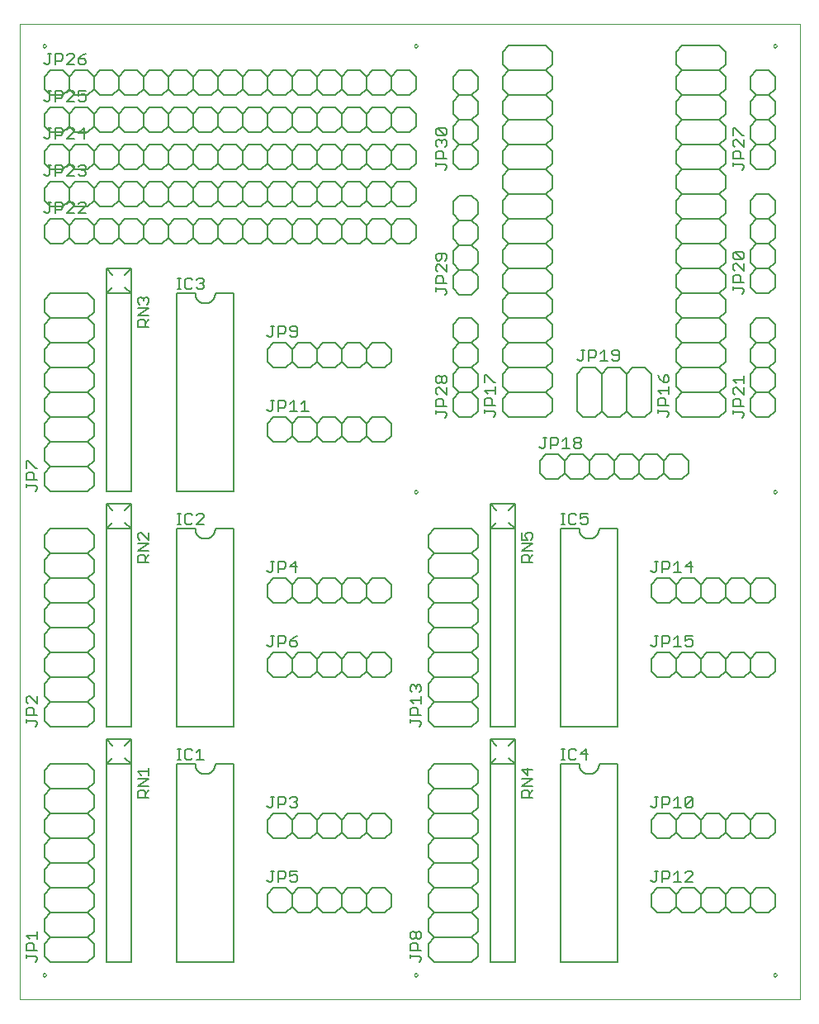
<source format=gto>
G75*
%MOIN*%
%OFA0B0*%
%FSLAX25Y25*%
%IPPOS*%
%LPD*%
%AMOC8*
5,1,8,0,0,1.08239X$1,22.5*
%
%ADD10C,0.00000*%
%ADD11C,0.00600*%
%ADD12C,0.00500*%
D10*
X0001000Y0001000D02*
X0001000Y0394701D01*
X0315961Y0394701D01*
X0315961Y0001000D01*
X0001000Y0001000D01*
X0010311Y0011000D02*
X0010313Y0011052D01*
X0010319Y0011104D01*
X0010329Y0011155D01*
X0010342Y0011205D01*
X0010360Y0011255D01*
X0010381Y0011302D01*
X0010405Y0011348D01*
X0010434Y0011392D01*
X0010465Y0011434D01*
X0010499Y0011473D01*
X0010536Y0011510D01*
X0010576Y0011543D01*
X0010619Y0011574D01*
X0010663Y0011601D01*
X0010709Y0011625D01*
X0010758Y0011645D01*
X0010807Y0011661D01*
X0010858Y0011674D01*
X0010909Y0011683D01*
X0010961Y0011688D01*
X0011013Y0011689D01*
X0011065Y0011686D01*
X0011117Y0011679D01*
X0011168Y0011668D01*
X0011218Y0011654D01*
X0011267Y0011635D01*
X0011314Y0011613D01*
X0011359Y0011588D01*
X0011403Y0011559D01*
X0011444Y0011527D01*
X0011483Y0011492D01*
X0011518Y0011454D01*
X0011551Y0011413D01*
X0011581Y0011371D01*
X0011607Y0011326D01*
X0011630Y0011279D01*
X0011649Y0011230D01*
X0011665Y0011180D01*
X0011677Y0011130D01*
X0011685Y0011078D01*
X0011689Y0011026D01*
X0011689Y0010974D01*
X0011685Y0010922D01*
X0011677Y0010870D01*
X0011665Y0010820D01*
X0011649Y0010770D01*
X0011630Y0010721D01*
X0011607Y0010674D01*
X0011581Y0010629D01*
X0011551Y0010587D01*
X0011518Y0010546D01*
X0011483Y0010508D01*
X0011444Y0010473D01*
X0011403Y0010441D01*
X0011359Y0010412D01*
X0011314Y0010387D01*
X0011267Y0010365D01*
X0011218Y0010346D01*
X0011168Y0010332D01*
X0011117Y0010321D01*
X0011065Y0010314D01*
X0011013Y0010311D01*
X0010961Y0010312D01*
X0010909Y0010317D01*
X0010858Y0010326D01*
X0010807Y0010339D01*
X0010758Y0010355D01*
X0010709Y0010375D01*
X0010663Y0010399D01*
X0010619Y0010426D01*
X0010576Y0010457D01*
X0010536Y0010490D01*
X0010499Y0010527D01*
X0010465Y0010566D01*
X0010434Y0010608D01*
X0010405Y0010652D01*
X0010381Y0010698D01*
X0010360Y0010745D01*
X0010342Y0010795D01*
X0010329Y0010845D01*
X0010319Y0010896D01*
X0010313Y0010948D01*
X0010311Y0011000D01*
X0160311Y0011000D02*
X0160313Y0011052D01*
X0160319Y0011104D01*
X0160329Y0011155D01*
X0160342Y0011205D01*
X0160360Y0011255D01*
X0160381Y0011302D01*
X0160405Y0011348D01*
X0160434Y0011392D01*
X0160465Y0011434D01*
X0160499Y0011473D01*
X0160536Y0011510D01*
X0160576Y0011543D01*
X0160619Y0011574D01*
X0160663Y0011601D01*
X0160709Y0011625D01*
X0160758Y0011645D01*
X0160807Y0011661D01*
X0160858Y0011674D01*
X0160909Y0011683D01*
X0160961Y0011688D01*
X0161013Y0011689D01*
X0161065Y0011686D01*
X0161117Y0011679D01*
X0161168Y0011668D01*
X0161218Y0011654D01*
X0161267Y0011635D01*
X0161314Y0011613D01*
X0161359Y0011588D01*
X0161403Y0011559D01*
X0161444Y0011527D01*
X0161483Y0011492D01*
X0161518Y0011454D01*
X0161551Y0011413D01*
X0161581Y0011371D01*
X0161607Y0011326D01*
X0161630Y0011279D01*
X0161649Y0011230D01*
X0161665Y0011180D01*
X0161677Y0011130D01*
X0161685Y0011078D01*
X0161689Y0011026D01*
X0161689Y0010974D01*
X0161685Y0010922D01*
X0161677Y0010870D01*
X0161665Y0010820D01*
X0161649Y0010770D01*
X0161630Y0010721D01*
X0161607Y0010674D01*
X0161581Y0010629D01*
X0161551Y0010587D01*
X0161518Y0010546D01*
X0161483Y0010508D01*
X0161444Y0010473D01*
X0161403Y0010441D01*
X0161359Y0010412D01*
X0161314Y0010387D01*
X0161267Y0010365D01*
X0161218Y0010346D01*
X0161168Y0010332D01*
X0161117Y0010321D01*
X0161065Y0010314D01*
X0161013Y0010311D01*
X0160961Y0010312D01*
X0160909Y0010317D01*
X0160858Y0010326D01*
X0160807Y0010339D01*
X0160758Y0010355D01*
X0160709Y0010375D01*
X0160663Y0010399D01*
X0160619Y0010426D01*
X0160576Y0010457D01*
X0160536Y0010490D01*
X0160499Y0010527D01*
X0160465Y0010566D01*
X0160434Y0010608D01*
X0160405Y0010652D01*
X0160381Y0010698D01*
X0160360Y0010745D01*
X0160342Y0010795D01*
X0160329Y0010845D01*
X0160319Y0010896D01*
X0160313Y0010948D01*
X0160311Y0011000D01*
X0305311Y0011000D02*
X0305313Y0011052D01*
X0305319Y0011104D01*
X0305329Y0011155D01*
X0305342Y0011205D01*
X0305360Y0011255D01*
X0305381Y0011302D01*
X0305405Y0011348D01*
X0305434Y0011392D01*
X0305465Y0011434D01*
X0305499Y0011473D01*
X0305536Y0011510D01*
X0305576Y0011543D01*
X0305619Y0011574D01*
X0305663Y0011601D01*
X0305709Y0011625D01*
X0305758Y0011645D01*
X0305807Y0011661D01*
X0305858Y0011674D01*
X0305909Y0011683D01*
X0305961Y0011688D01*
X0306013Y0011689D01*
X0306065Y0011686D01*
X0306117Y0011679D01*
X0306168Y0011668D01*
X0306218Y0011654D01*
X0306267Y0011635D01*
X0306314Y0011613D01*
X0306359Y0011588D01*
X0306403Y0011559D01*
X0306444Y0011527D01*
X0306483Y0011492D01*
X0306518Y0011454D01*
X0306551Y0011413D01*
X0306581Y0011371D01*
X0306607Y0011326D01*
X0306630Y0011279D01*
X0306649Y0011230D01*
X0306665Y0011180D01*
X0306677Y0011130D01*
X0306685Y0011078D01*
X0306689Y0011026D01*
X0306689Y0010974D01*
X0306685Y0010922D01*
X0306677Y0010870D01*
X0306665Y0010820D01*
X0306649Y0010770D01*
X0306630Y0010721D01*
X0306607Y0010674D01*
X0306581Y0010629D01*
X0306551Y0010587D01*
X0306518Y0010546D01*
X0306483Y0010508D01*
X0306444Y0010473D01*
X0306403Y0010441D01*
X0306359Y0010412D01*
X0306314Y0010387D01*
X0306267Y0010365D01*
X0306218Y0010346D01*
X0306168Y0010332D01*
X0306117Y0010321D01*
X0306065Y0010314D01*
X0306013Y0010311D01*
X0305961Y0010312D01*
X0305909Y0010317D01*
X0305858Y0010326D01*
X0305807Y0010339D01*
X0305758Y0010355D01*
X0305709Y0010375D01*
X0305663Y0010399D01*
X0305619Y0010426D01*
X0305576Y0010457D01*
X0305536Y0010490D01*
X0305499Y0010527D01*
X0305465Y0010566D01*
X0305434Y0010608D01*
X0305405Y0010652D01*
X0305381Y0010698D01*
X0305360Y0010745D01*
X0305342Y0010795D01*
X0305329Y0010845D01*
X0305319Y0010896D01*
X0305313Y0010948D01*
X0305311Y0011000D01*
X0305311Y0206000D02*
X0305313Y0206052D01*
X0305319Y0206104D01*
X0305329Y0206155D01*
X0305342Y0206205D01*
X0305360Y0206255D01*
X0305381Y0206302D01*
X0305405Y0206348D01*
X0305434Y0206392D01*
X0305465Y0206434D01*
X0305499Y0206473D01*
X0305536Y0206510D01*
X0305576Y0206543D01*
X0305619Y0206574D01*
X0305663Y0206601D01*
X0305709Y0206625D01*
X0305758Y0206645D01*
X0305807Y0206661D01*
X0305858Y0206674D01*
X0305909Y0206683D01*
X0305961Y0206688D01*
X0306013Y0206689D01*
X0306065Y0206686D01*
X0306117Y0206679D01*
X0306168Y0206668D01*
X0306218Y0206654D01*
X0306267Y0206635D01*
X0306314Y0206613D01*
X0306359Y0206588D01*
X0306403Y0206559D01*
X0306444Y0206527D01*
X0306483Y0206492D01*
X0306518Y0206454D01*
X0306551Y0206413D01*
X0306581Y0206371D01*
X0306607Y0206326D01*
X0306630Y0206279D01*
X0306649Y0206230D01*
X0306665Y0206180D01*
X0306677Y0206130D01*
X0306685Y0206078D01*
X0306689Y0206026D01*
X0306689Y0205974D01*
X0306685Y0205922D01*
X0306677Y0205870D01*
X0306665Y0205820D01*
X0306649Y0205770D01*
X0306630Y0205721D01*
X0306607Y0205674D01*
X0306581Y0205629D01*
X0306551Y0205587D01*
X0306518Y0205546D01*
X0306483Y0205508D01*
X0306444Y0205473D01*
X0306403Y0205441D01*
X0306359Y0205412D01*
X0306314Y0205387D01*
X0306267Y0205365D01*
X0306218Y0205346D01*
X0306168Y0205332D01*
X0306117Y0205321D01*
X0306065Y0205314D01*
X0306013Y0205311D01*
X0305961Y0205312D01*
X0305909Y0205317D01*
X0305858Y0205326D01*
X0305807Y0205339D01*
X0305758Y0205355D01*
X0305709Y0205375D01*
X0305663Y0205399D01*
X0305619Y0205426D01*
X0305576Y0205457D01*
X0305536Y0205490D01*
X0305499Y0205527D01*
X0305465Y0205566D01*
X0305434Y0205608D01*
X0305405Y0205652D01*
X0305381Y0205698D01*
X0305360Y0205745D01*
X0305342Y0205795D01*
X0305329Y0205845D01*
X0305319Y0205896D01*
X0305313Y0205948D01*
X0305311Y0206000D01*
X0305311Y0386000D02*
X0305313Y0386052D01*
X0305319Y0386104D01*
X0305329Y0386155D01*
X0305342Y0386205D01*
X0305360Y0386255D01*
X0305381Y0386302D01*
X0305405Y0386348D01*
X0305434Y0386392D01*
X0305465Y0386434D01*
X0305499Y0386473D01*
X0305536Y0386510D01*
X0305576Y0386543D01*
X0305619Y0386574D01*
X0305663Y0386601D01*
X0305709Y0386625D01*
X0305758Y0386645D01*
X0305807Y0386661D01*
X0305858Y0386674D01*
X0305909Y0386683D01*
X0305961Y0386688D01*
X0306013Y0386689D01*
X0306065Y0386686D01*
X0306117Y0386679D01*
X0306168Y0386668D01*
X0306218Y0386654D01*
X0306267Y0386635D01*
X0306314Y0386613D01*
X0306359Y0386588D01*
X0306403Y0386559D01*
X0306444Y0386527D01*
X0306483Y0386492D01*
X0306518Y0386454D01*
X0306551Y0386413D01*
X0306581Y0386371D01*
X0306607Y0386326D01*
X0306630Y0386279D01*
X0306649Y0386230D01*
X0306665Y0386180D01*
X0306677Y0386130D01*
X0306685Y0386078D01*
X0306689Y0386026D01*
X0306689Y0385974D01*
X0306685Y0385922D01*
X0306677Y0385870D01*
X0306665Y0385820D01*
X0306649Y0385770D01*
X0306630Y0385721D01*
X0306607Y0385674D01*
X0306581Y0385629D01*
X0306551Y0385587D01*
X0306518Y0385546D01*
X0306483Y0385508D01*
X0306444Y0385473D01*
X0306403Y0385441D01*
X0306359Y0385412D01*
X0306314Y0385387D01*
X0306267Y0385365D01*
X0306218Y0385346D01*
X0306168Y0385332D01*
X0306117Y0385321D01*
X0306065Y0385314D01*
X0306013Y0385311D01*
X0305961Y0385312D01*
X0305909Y0385317D01*
X0305858Y0385326D01*
X0305807Y0385339D01*
X0305758Y0385355D01*
X0305709Y0385375D01*
X0305663Y0385399D01*
X0305619Y0385426D01*
X0305576Y0385457D01*
X0305536Y0385490D01*
X0305499Y0385527D01*
X0305465Y0385566D01*
X0305434Y0385608D01*
X0305405Y0385652D01*
X0305381Y0385698D01*
X0305360Y0385745D01*
X0305342Y0385795D01*
X0305329Y0385845D01*
X0305319Y0385896D01*
X0305313Y0385948D01*
X0305311Y0386000D01*
X0160311Y0386000D02*
X0160313Y0386052D01*
X0160319Y0386104D01*
X0160329Y0386155D01*
X0160342Y0386205D01*
X0160360Y0386255D01*
X0160381Y0386302D01*
X0160405Y0386348D01*
X0160434Y0386392D01*
X0160465Y0386434D01*
X0160499Y0386473D01*
X0160536Y0386510D01*
X0160576Y0386543D01*
X0160619Y0386574D01*
X0160663Y0386601D01*
X0160709Y0386625D01*
X0160758Y0386645D01*
X0160807Y0386661D01*
X0160858Y0386674D01*
X0160909Y0386683D01*
X0160961Y0386688D01*
X0161013Y0386689D01*
X0161065Y0386686D01*
X0161117Y0386679D01*
X0161168Y0386668D01*
X0161218Y0386654D01*
X0161267Y0386635D01*
X0161314Y0386613D01*
X0161359Y0386588D01*
X0161403Y0386559D01*
X0161444Y0386527D01*
X0161483Y0386492D01*
X0161518Y0386454D01*
X0161551Y0386413D01*
X0161581Y0386371D01*
X0161607Y0386326D01*
X0161630Y0386279D01*
X0161649Y0386230D01*
X0161665Y0386180D01*
X0161677Y0386130D01*
X0161685Y0386078D01*
X0161689Y0386026D01*
X0161689Y0385974D01*
X0161685Y0385922D01*
X0161677Y0385870D01*
X0161665Y0385820D01*
X0161649Y0385770D01*
X0161630Y0385721D01*
X0161607Y0385674D01*
X0161581Y0385629D01*
X0161551Y0385587D01*
X0161518Y0385546D01*
X0161483Y0385508D01*
X0161444Y0385473D01*
X0161403Y0385441D01*
X0161359Y0385412D01*
X0161314Y0385387D01*
X0161267Y0385365D01*
X0161218Y0385346D01*
X0161168Y0385332D01*
X0161117Y0385321D01*
X0161065Y0385314D01*
X0161013Y0385311D01*
X0160961Y0385312D01*
X0160909Y0385317D01*
X0160858Y0385326D01*
X0160807Y0385339D01*
X0160758Y0385355D01*
X0160709Y0385375D01*
X0160663Y0385399D01*
X0160619Y0385426D01*
X0160576Y0385457D01*
X0160536Y0385490D01*
X0160499Y0385527D01*
X0160465Y0385566D01*
X0160434Y0385608D01*
X0160405Y0385652D01*
X0160381Y0385698D01*
X0160360Y0385745D01*
X0160342Y0385795D01*
X0160329Y0385845D01*
X0160319Y0385896D01*
X0160313Y0385948D01*
X0160311Y0386000D01*
X0160311Y0206000D02*
X0160313Y0206052D01*
X0160319Y0206104D01*
X0160329Y0206155D01*
X0160342Y0206205D01*
X0160360Y0206255D01*
X0160381Y0206302D01*
X0160405Y0206348D01*
X0160434Y0206392D01*
X0160465Y0206434D01*
X0160499Y0206473D01*
X0160536Y0206510D01*
X0160576Y0206543D01*
X0160619Y0206574D01*
X0160663Y0206601D01*
X0160709Y0206625D01*
X0160758Y0206645D01*
X0160807Y0206661D01*
X0160858Y0206674D01*
X0160909Y0206683D01*
X0160961Y0206688D01*
X0161013Y0206689D01*
X0161065Y0206686D01*
X0161117Y0206679D01*
X0161168Y0206668D01*
X0161218Y0206654D01*
X0161267Y0206635D01*
X0161314Y0206613D01*
X0161359Y0206588D01*
X0161403Y0206559D01*
X0161444Y0206527D01*
X0161483Y0206492D01*
X0161518Y0206454D01*
X0161551Y0206413D01*
X0161581Y0206371D01*
X0161607Y0206326D01*
X0161630Y0206279D01*
X0161649Y0206230D01*
X0161665Y0206180D01*
X0161677Y0206130D01*
X0161685Y0206078D01*
X0161689Y0206026D01*
X0161689Y0205974D01*
X0161685Y0205922D01*
X0161677Y0205870D01*
X0161665Y0205820D01*
X0161649Y0205770D01*
X0161630Y0205721D01*
X0161607Y0205674D01*
X0161581Y0205629D01*
X0161551Y0205587D01*
X0161518Y0205546D01*
X0161483Y0205508D01*
X0161444Y0205473D01*
X0161403Y0205441D01*
X0161359Y0205412D01*
X0161314Y0205387D01*
X0161267Y0205365D01*
X0161218Y0205346D01*
X0161168Y0205332D01*
X0161117Y0205321D01*
X0161065Y0205314D01*
X0161013Y0205311D01*
X0160961Y0205312D01*
X0160909Y0205317D01*
X0160858Y0205326D01*
X0160807Y0205339D01*
X0160758Y0205355D01*
X0160709Y0205375D01*
X0160663Y0205399D01*
X0160619Y0205426D01*
X0160576Y0205457D01*
X0160536Y0205490D01*
X0160499Y0205527D01*
X0160465Y0205566D01*
X0160434Y0205608D01*
X0160405Y0205652D01*
X0160381Y0205698D01*
X0160360Y0205745D01*
X0160342Y0205795D01*
X0160329Y0205845D01*
X0160319Y0205896D01*
X0160313Y0205948D01*
X0160311Y0206000D01*
X0010311Y0386000D02*
X0010313Y0386052D01*
X0010319Y0386104D01*
X0010329Y0386155D01*
X0010342Y0386205D01*
X0010360Y0386255D01*
X0010381Y0386302D01*
X0010405Y0386348D01*
X0010434Y0386392D01*
X0010465Y0386434D01*
X0010499Y0386473D01*
X0010536Y0386510D01*
X0010576Y0386543D01*
X0010619Y0386574D01*
X0010663Y0386601D01*
X0010709Y0386625D01*
X0010758Y0386645D01*
X0010807Y0386661D01*
X0010858Y0386674D01*
X0010909Y0386683D01*
X0010961Y0386688D01*
X0011013Y0386689D01*
X0011065Y0386686D01*
X0011117Y0386679D01*
X0011168Y0386668D01*
X0011218Y0386654D01*
X0011267Y0386635D01*
X0011314Y0386613D01*
X0011359Y0386588D01*
X0011403Y0386559D01*
X0011444Y0386527D01*
X0011483Y0386492D01*
X0011518Y0386454D01*
X0011551Y0386413D01*
X0011581Y0386371D01*
X0011607Y0386326D01*
X0011630Y0386279D01*
X0011649Y0386230D01*
X0011665Y0386180D01*
X0011677Y0386130D01*
X0011685Y0386078D01*
X0011689Y0386026D01*
X0011689Y0385974D01*
X0011685Y0385922D01*
X0011677Y0385870D01*
X0011665Y0385820D01*
X0011649Y0385770D01*
X0011630Y0385721D01*
X0011607Y0385674D01*
X0011581Y0385629D01*
X0011551Y0385587D01*
X0011518Y0385546D01*
X0011483Y0385508D01*
X0011444Y0385473D01*
X0011403Y0385441D01*
X0011359Y0385412D01*
X0011314Y0385387D01*
X0011267Y0385365D01*
X0011218Y0385346D01*
X0011168Y0385332D01*
X0011117Y0385321D01*
X0011065Y0385314D01*
X0011013Y0385311D01*
X0010961Y0385312D01*
X0010909Y0385317D01*
X0010858Y0385326D01*
X0010807Y0385339D01*
X0010758Y0385355D01*
X0010709Y0385375D01*
X0010663Y0385399D01*
X0010619Y0385426D01*
X0010576Y0385457D01*
X0010536Y0385490D01*
X0010499Y0385527D01*
X0010465Y0385566D01*
X0010434Y0385608D01*
X0010405Y0385652D01*
X0010381Y0385698D01*
X0010360Y0385745D01*
X0010342Y0385795D01*
X0010329Y0385845D01*
X0010319Y0385896D01*
X0010313Y0385948D01*
X0010311Y0386000D01*
D11*
X0013500Y0376000D02*
X0011000Y0373500D01*
X0011000Y0368500D01*
X0013500Y0366000D01*
X0018500Y0366000D01*
X0021000Y0368500D01*
X0023500Y0366000D01*
X0028500Y0366000D01*
X0031000Y0368500D01*
X0031000Y0373500D01*
X0028500Y0376000D01*
X0023500Y0376000D01*
X0021000Y0373500D01*
X0021000Y0368500D01*
X0021000Y0373500D02*
X0018500Y0376000D01*
X0013500Y0376000D01*
X0013500Y0361000D02*
X0011000Y0358500D01*
X0011000Y0353500D01*
X0013500Y0351000D01*
X0018500Y0351000D01*
X0021000Y0353500D01*
X0023500Y0351000D01*
X0028500Y0351000D01*
X0031000Y0353500D01*
X0031000Y0358500D01*
X0028500Y0361000D01*
X0023500Y0361000D01*
X0021000Y0358500D01*
X0021000Y0353500D01*
X0021000Y0358500D02*
X0018500Y0361000D01*
X0013500Y0361000D01*
X0013500Y0346000D02*
X0011000Y0343500D01*
X0011000Y0338500D01*
X0013500Y0336000D01*
X0018500Y0336000D01*
X0021000Y0338500D01*
X0023500Y0336000D01*
X0028500Y0336000D01*
X0031000Y0338500D01*
X0031000Y0343500D01*
X0028500Y0346000D01*
X0023500Y0346000D01*
X0021000Y0343500D01*
X0021000Y0338500D01*
X0021000Y0343500D02*
X0018500Y0346000D01*
X0013500Y0346000D01*
X0013500Y0331000D02*
X0011000Y0328500D01*
X0011000Y0323500D01*
X0013500Y0321000D01*
X0018500Y0321000D01*
X0021000Y0323500D01*
X0023500Y0321000D01*
X0028500Y0321000D01*
X0031000Y0323500D01*
X0031000Y0328500D01*
X0028500Y0331000D01*
X0023500Y0331000D01*
X0021000Y0328500D01*
X0021000Y0323500D01*
X0021000Y0328500D02*
X0018500Y0331000D01*
X0013500Y0331000D01*
X0013500Y0316000D02*
X0011000Y0313500D01*
X0011000Y0308500D01*
X0013500Y0306000D01*
X0018500Y0306000D01*
X0021000Y0308500D01*
X0023500Y0306000D01*
X0028500Y0306000D01*
X0031000Y0308500D01*
X0031000Y0313500D01*
X0028500Y0316000D01*
X0023500Y0316000D01*
X0021000Y0313500D01*
X0021000Y0308500D01*
X0021000Y0313500D02*
X0018500Y0316000D01*
X0013500Y0316000D01*
X0031000Y0313500D02*
X0033500Y0316000D01*
X0038500Y0316000D01*
X0041000Y0313500D01*
X0043500Y0316000D01*
X0048500Y0316000D01*
X0051000Y0313500D01*
X0053500Y0316000D01*
X0058500Y0316000D01*
X0061000Y0313500D01*
X0061000Y0308500D01*
X0058500Y0306000D01*
X0053500Y0306000D01*
X0051000Y0308500D01*
X0048500Y0306000D01*
X0043500Y0306000D01*
X0041000Y0308500D01*
X0038500Y0306000D01*
X0033500Y0306000D01*
X0031000Y0308500D01*
X0041000Y0308500D02*
X0041000Y0313500D01*
X0038500Y0321000D02*
X0033500Y0321000D01*
X0031000Y0323500D01*
X0031000Y0328500D02*
X0033500Y0331000D01*
X0038500Y0331000D01*
X0041000Y0328500D01*
X0043500Y0331000D01*
X0048500Y0331000D01*
X0051000Y0328500D01*
X0053500Y0331000D01*
X0058500Y0331000D01*
X0061000Y0328500D01*
X0061000Y0323500D01*
X0058500Y0321000D01*
X0053500Y0321000D01*
X0051000Y0323500D01*
X0048500Y0321000D01*
X0043500Y0321000D01*
X0041000Y0323500D01*
X0038500Y0321000D01*
X0041000Y0323500D02*
X0041000Y0328500D01*
X0038500Y0336000D02*
X0033500Y0336000D01*
X0031000Y0338500D01*
X0031000Y0343500D02*
X0033500Y0346000D01*
X0038500Y0346000D01*
X0041000Y0343500D01*
X0043500Y0346000D01*
X0048500Y0346000D01*
X0051000Y0343500D01*
X0053500Y0346000D01*
X0058500Y0346000D01*
X0061000Y0343500D01*
X0061000Y0338500D01*
X0058500Y0336000D01*
X0053500Y0336000D01*
X0051000Y0338500D01*
X0048500Y0336000D01*
X0043500Y0336000D01*
X0041000Y0338500D01*
X0038500Y0336000D01*
X0041000Y0338500D02*
X0041000Y0343500D01*
X0038500Y0351000D02*
X0033500Y0351000D01*
X0031000Y0353500D01*
X0031000Y0358500D02*
X0033500Y0361000D01*
X0038500Y0361000D01*
X0041000Y0358500D01*
X0043500Y0361000D01*
X0048500Y0361000D01*
X0051000Y0358500D01*
X0053500Y0361000D01*
X0058500Y0361000D01*
X0061000Y0358500D01*
X0061000Y0353500D01*
X0058500Y0351000D01*
X0053500Y0351000D01*
X0051000Y0353500D01*
X0048500Y0351000D01*
X0043500Y0351000D01*
X0041000Y0353500D01*
X0038500Y0351000D01*
X0041000Y0353500D02*
X0041000Y0358500D01*
X0038500Y0366000D02*
X0033500Y0366000D01*
X0031000Y0368500D01*
X0031000Y0373500D02*
X0033500Y0376000D01*
X0038500Y0376000D01*
X0041000Y0373500D01*
X0043500Y0376000D01*
X0048500Y0376000D01*
X0051000Y0373500D01*
X0053500Y0376000D01*
X0058500Y0376000D01*
X0061000Y0373500D01*
X0061000Y0368500D01*
X0058500Y0366000D01*
X0053500Y0366000D01*
X0051000Y0368500D01*
X0048500Y0366000D01*
X0043500Y0366000D01*
X0041000Y0368500D01*
X0038500Y0366000D01*
X0041000Y0368500D02*
X0041000Y0373500D01*
X0051000Y0373500D02*
X0051000Y0368500D01*
X0051000Y0358500D02*
X0051000Y0353500D01*
X0051000Y0343500D02*
X0051000Y0338500D01*
X0051000Y0328500D02*
X0051000Y0323500D01*
X0051000Y0313500D02*
X0051000Y0308500D01*
X0061000Y0308500D02*
X0063500Y0306000D01*
X0068500Y0306000D01*
X0071000Y0308500D01*
X0073500Y0306000D01*
X0078500Y0306000D01*
X0081000Y0308500D01*
X0083500Y0306000D01*
X0088500Y0306000D01*
X0091000Y0308500D01*
X0091000Y0313500D01*
X0088500Y0316000D01*
X0083500Y0316000D01*
X0081000Y0313500D01*
X0081000Y0308500D01*
X0081000Y0313500D02*
X0078500Y0316000D01*
X0073500Y0316000D01*
X0071000Y0313500D01*
X0071000Y0308500D01*
X0071000Y0313500D02*
X0068500Y0316000D01*
X0063500Y0316000D01*
X0061000Y0313500D01*
X0063500Y0321000D02*
X0061000Y0323500D01*
X0063500Y0321000D02*
X0068500Y0321000D01*
X0071000Y0323500D01*
X0073500Y0321000D01*
X0078500Y0321000D01*
X0081000Y0323500D01*
X0083500Y0321000D01*
X0088500Y0321000D01*
X0091000Y0323500D01*
X0091000Y0328500D01*
X0088500Y0331000D01*
X0083500Y0331000D01*
X0081000Y0328500D01*
X0081000Y0323500D01*
X0081000Y0328500D02*
X0078500Y0331000D01*
X0073500Y0331000D01*
X0071000Y0328500D01*
X0071000Y0323500D01*
X0071000Y0328500D02*
X0068500Y0331000D01*
X0063500Y0331000D01*
X0061000Y0328500D01*
X0063500Y0336000D02*
X0061000Y0338500D01*
X0063500Y0336000D02*
X0068500Y0336000D01*
X0071000Y0338500D01*
X0073500Y0336000D01*
X0078500Y0336000D01*
X0081000Y0338500D01*
X0083500Y0336000D01*
X0088500Y0336000D01*
X0091000Y0338500D01*
X0091000Y0343500D01*
X0088500Y0346000D01*
X0083500Y0346000D01*
X0081000Y0343500D01*
X0081000Y0338500D01*
X0081000Y0343500D02*
X0078500Y0346000D01*
X0073500Y0346000D01*
X0071000Y0343500D01*
X0071000Y0338500D01*
X0071000Y0343500D02*
X0068500Y0346000D01*
X0063500Y0346000D01*
X0061000Y0343500D01*
X0063500Y0351000D02*
X0061000Y0353500D01*
X0063500Y0351000D02*
X0068500Y0351000D01*
X0071000Y0353500D01*
X0073500Y0351000D01*
X0078500Y0351000D01*
X0081000Y0353500D01*
X0083500Y0351000D01*
X0088500Y0351000D01*
X0091000Y0353500D01*
X0091000Y0358500D01*
X0088500Y0361000D01*
X0083500Y0361000D01*
X0081000Y0358500D01*
X0081000Y0353500D01*
X0081000Y0358500D02*
X0078500Y0361000D01*
X0073500Y0361000D01*
X0071000Y0358500D01*
X0071000Y0353500D01*
X0071000Y0358500D02*
X0068500Y0361000D01*
X0063500Y0361000D01*
X0061000Y0358500D01*
X0063500Y0366000D02*
X0061000Y0368500D01*
X0063500Y0366000D02*
X0068500Y0366000D01*
X0071000Y0368500D01*
X0073500Y0366000D01*
X0078500Y0366000D01*
X0081000Y0368500D01*
X0083500Y0366000D01*
X0088500Y0366000D01*
X0091000Y0368500D01*
X0091000Y0373500D01*
X0088500Y0376000D01*
X0083500Y0376000D01*
X0081000Y0373500D01*
X0081000Y0368500D01*
X0081000Y0373500D02*
X0078500Y0376000D01*
X0073500Y0376000D01*
X0071000Y0373500D01*
X0071000Y0368500D01*
X0071000Y0373500D02*
X0068500Y0376000D01*
X0063500Y0376000D01*
X0061000Y0373500D01*
X0091000Y0373500D02*
X0093500Y0376000D01*
X0098500Y0376000D01*
X0101000Y0373500D01*
X0103500Y0376000D01*
X0108500Y0376000D01*
X0111000Y0373500D01*
X0113500Y0376000D01*
X0118500Y0376000D01*
X0121000Y0373500D01*
X0121000Y0368500D01*
X0118500Y0366000D01*
X0113500Y0366000D01*
X0111000Y0368500D01*
X0108500Y0366000D01*
X0103500Y0366000D01*
X0101000Y0368500D01*
X0098500Y0366000D01*
X0093500Y0366000D01*
X0091000Y0368500D01*
X0093500Y0361000D02*
X0098500Y0361000D01*
X0101000Y0358500D01*
X0103500Y0361000D01*
X0108500Y0361000D01*
X0111000Y0358500D01*
X0113500Y0361000D01*
X0118500Y0361000D01*
X0121000Y0358500D01*
X0121000Y0353500D01*
X0118500Y0351000D01*
X0113500Y0351000D01*
X0111000Y0353500D01*
X0108500Y0351000D01*
X0103500Y0351000D01*
X0101000Y0353500D01*
X0098500Y0351000D01*
X0093500Y0351000D01*
X0091000Y0353500D01*
X0091000Y0358500D02*
X0093500Y0361000D01*
X0101000Y0358500D02*
X0101000Y0353500D01*
X0098500Y0346000D02*
X0093500Y0346000D01*
X0091000Y0343500D01*
X0091000Y0338500D02*
X0093500Y0336000D01*
X0098500Y0336000D01*
X0101000Y0338500D01*
X0103500Y0336000D01*
X0108500Y0336000D01*
X0111000Y0338500D01*
X0113500Y0336000D01*
X0118500Y0336000D01*
X0121000Y0338500D01*
X0121000Y0343500D01*
X0118500Y0346000D01*
X0113500Y0346000D01*
X0111000Y0343500D01*
X0111000Y0338500D01*
X0111000Y0343500D02*
X0108500Y0346000D01*
X0103500Y0346000D01*
X0101000Y0343500D01*
X0101000Y0338500D01*
X0101000Y0343500D02*
X0098500Y0346000D01*
X0111000Y0353500D02*
X0111000Y0358500D01*
X0111000Y0368500D02*
X0111000Y0373500D01*
X0121000Y0373500D02*
X0123500Y0376000D01*
X0128500Y0376000D01*
X0131000Y0373500D01*
X0133500Y0376000D01*
X0138500Y0376000D01*
X0141000Y0373500D01*
X0143500Y0376000D01*
X0148500Y0376000D01*
X0151000Y0373500D01*
X0153500Y0376000D01*
X0158500Y0376000D01*
X0161000Y0373500D01*
X0161000Y0368500D01*
X0158500Y0366000D01*
X0153500Y0366000D01*
X0151000Y0368500D01*
X0148500Y0366000D01*
X0143500Y0366000D01*
X0141000Y0368500D01*
X0138500Y0366000D01*
X0133500Y0366000D01*
X0131000Y0368500D01*
X0128500Y0366000D01*
X0123500Y0366000D01*
X0121000Y0368500D01*
X0123500Y0361000D02*
X0128500Y0361000D01*
X0131000Y0358500D01*
X0133500Y0361000D01*
X0138500Y0361000D01*
X0141000Y0358500D01*
X0143500Y0361000D01*
X0148500Y0361000D01*
X0151000Y0358500D01*
X0153500Y0361000D01*
X0158500Y0361000D01*
X0161000Y0358500D01*
X0161000Y0353500D01*
X0158500Y0351000D01*
X0153500Y0351000D01*
X0151000Y0353500D01*
X0148500Y0351000D01*
X0143500Y0351000D01*
X0141000Y0353500D01*
X0138500Y0351000D01*
X0133500Y0351000D01*
X0131000Y0353500D01*
X0128500Y0351000D01*
X0123500Y0351000D01*
X0121000Y0353500D01*
X0121000Y0358500D02*
X0123500Y0361000D01*
X0131000Y0358500D02*
X0131000Y0353500D01*
X0128500Y0346000D02*
X0131000Y0343500D01*
X0133500Y0346000D01*
X0138500Y0346000D01*
X0141000Y0343500D01*
X0143500Y0346000D01*
X0148500Y0346000D01*
X0151000Y0343500D01*
X0153500Y0346000D01*
X0158500Y0346000D01*
X0161000Y0343500D01*
X0161000Y0338500D01*
X0158500Y0336000D01*
X0153500Y0336000D01*
X0151000Y0338500D01*
X0148500Y0336000D01*
X0143500Y0336000D01*
X0141000Y0338500D01*
X0138500Y0336000D01*
X0133500Y0336000D01*
X0131000Y0338500D01*
X0128500Y0336000D01*
X0123500Y0336000D01*
X0121000Y0338500D01*
X0121000Y0343500D02*
X0123500Y0346000D01*
X0128500Y0346000D01*
X0131000Y0343500D02*
X0131000Y0338500D01*
X0128500Y0331000D02*
X0131000Y0328500D01*
X0133500Y0331000D01*
X0138500Y0331000D01*
X0141000Y0328500D01*
X0143500Y0331000D01*
X0148500Y0331000D01*
X0151000Y0328500D01*
X0153500Y0331000D01*
X0158500Y0331000D01*
X0161000Y0328500D01*
X0161000Y0323500D01*
X0158500Y0321000D01*
X0153500Y0321000D01*
X0151000Y0323500D01*
X0148500Y0321000D01*
X0143500Y0321000D01*
X0141000Y0323500D01*
X0138500Y0321000D01*
X0133500Y0321000D01*
X0131000Y0323500D01*
X0128500Y0321000D01*
X0123500Y0321000D01*
X0121000Y0323500D01*
X0118500Y0321000D01*
X0113500Y0321000D01*
X0111000Y0323500D01*
X0108500Y0321000D01*
X0103500Y0321000D01*
X0101000Y0323500D01*
X0098500Y0321000D01*
X0093500Y0321000D01*
X0091000Y0323500D01*
X0091000Y0328500D02*
X0093500Y0331000D01*
X0098500Y0331000D01*
X0101000Y0328500D01*
X0103500Y0331000D01*
X0108500Y0331000D01*
X0111000Y0328500D01*
X0113500Y0331000D01*
X0118500Y0331000D01*
X0121000Y0328500D01*
X0121000Y0323500D01*
X0121000Y0328500D02*
X0123500Y0331000D01*
X0128500Y0331000D01*
X0131000Y0328500D02*
X0131000Y0323500D01*
X0128500Y0316000D02*
X0131000Y0313500D01*
X0133500Y0316000D01*
X0138500Y0316000D01*
X0141000Y0313500D01*
X0143500Y0316000D01*
X0148500Y0316000D01*
X0151000Y0313500D01*
X0153500Y0316000D01*
X0158500Y0316000D01*
X0161000Y0313500D01*
X0161000Y0308500D01*
X0158500Y0306000D01*
X0153500Y0306000D01*
X0151000Y0308500D01*
X0148500Y0306000D01*
X0143500Y0306000D01*
X0141000Y0308500D01*
X0138500Y0306000D01*
X0133500Y0306000D01*
X0131000Y0308500D01*
X0128500Y0306000D01*
X0123500Y0306000D01*
X0121000Y0308500D01*
X0118500Y0306000D01*
X0113500Y0306000D01*
X0111000Y0308500D01*
X0108500Y0306000D01*
X0103500Y0306000D01*
X0101000Y0308500D01*
X0098500Y0306000D01*
X0093500Y0306000D01*
X0091000Y0308500D01*
X0091000Y0313500D02*
X0093500Y0316000D01*
X0098500Y0316000D01*
X0101000Y0313500D01*
X0103500Y0316000D01*
X0108500Y0316000D01*
X0111000Y0313500D01*
X0113500Y0316000D01*
X0118500Y0316000D01*
X0121000Y0313500D01*
X0121000Y0308500D01*
X0121000Y0313500D02*
X0123500Y0316000D01*
X0128500Y0316000D01*
X0131000Y0313500D02*
X0131000Y0308500D01*
X0141000Y0308500D02*
X0141000Y0313500D01*
X0141000Y0323500D02*
X0141000Y0328500D01*
X0141000Y0338500D02*
X0141000Y0343500D01*
X0141000Y0353500D02*
X0141000Y0358500D01*
X0141000Y0368500D02*
X0141000Y0373500D01*
X0131000Y0373500D02*
X0131000Y0368500D01*
X0151000Y0368500D02*
X0151000Y0373500D01*
X0151000Y0358500D02*
X0151000Y0353500D01*
X0151000Y0343500D02*
X0151000Y0338500D01*
X0151000Y0328500D02*
X0151000Y0323500D01*
X0151000Y0313500D02*
X0151000Y0308500D01*
X0176000Y0308000D02*
X0176000Y0313000D01*
X0178500Y0315500D01*
X0176000Y0318000D01*
X0176000Y0323000D01*
X0178500Y0325500D01*
X0183500Y0325500D01*
X0186000Y0323000D01*
X0186000Y0318000D01*
X0183500Y0315500D01*
X0186000Y0313000D01*
X0186000Y0308000D01*
X0183500Y0305500D01*
X0186000Y0303000D01*
X0186000Y0298000D01*
X0183500Y0295500D01*
X0186000Y0293000D01*
X0186000Y0288000D01*
X0183500Y0285500D01*
X0178500Y0285500D01*
X0176000Y0288000D01*
X0176000Y0293000D01*
X0178500Y0295500D01*
X0176000Y0298000D01*
X0176000Y0303000D01*
X0178500Y0305500D01*
X0183500Y0305500D01*
X0178500Y0305500D02*
X0176000Y0308000D01*
X0178500Y0315500D02*
X0183500Y0315500D01*
X0196000Y0313500D02*
X0196000Y0308500D01*
X0198500Y0306000D01*
X0213500Y0306000D01*
X0216000Y0303500D01*
X0216000Y0298500D01*
X0213500Y0296000D01*
X0198500Y0296000D01*
X0196000Y0298500D01*
X0196000Y0303500D01*
X0198500Y0306000D01*
X0196000Y0313500D02*
X0198500Y0316000D01*
X0213500Y0316000D01*
X0216000Y0313500D01*
X0216000Y0308500D01*
X0213500Y0306000D01*
X0213500Y0316000D02*
X0216000Y0318500D01*
X0216000Y0323500D01*
X0213500Y0326000D01*
X0198500Y0326000D01*
X0196000Y0328500D01*
X0196000Y0333500D01*
X0198500Y0336000D01*
X0213500Y0336000D01*
X0216000Y0333500D01*
X0216000Y0328500D01*
X0213500Y0326000D01*
X0213500Y0336000D02*
X0216000Y0338500D01*
X0216000Y0343500D01*
X0213500Y0346000D01*
X0198500Y0346000D01*
X0196000Y0348500D01*
X0196000Y0353500D01*
X0198500Y0356000D01*
X0213500Y0356000D01*
X0216000Y0353500D01*
X0216000Y0348500D01*
X0213500Y0346000D01*
X0213500Y0356000D02*
X0216000Y0358500D01*
X0216000Y0363500D01*
X0213500Y0366000D01*
X0198500Y0366000D01*
X0196000Y0368500D01*
X0196000Y0373500D01*
X0198500Y0376000D01*
X0213500Y0376000D01*
X0216000Y0373500D01*
X0216000Y0368500D01*
X0213500Y0366000D01*
X0213500Y0376000D02*
X0216000Y0378500D01*
X0216000Y0383500D01*
X0213500Y0386000D01*
X0198500Y0386000D01*
X0196000Y0383500D01*
X0196000Y0378500D01*
X0198500Y0376000D01*
X0198500Y0366000D02*
X0196000Y0363500D01*
X0196000Y0358500D01*
X0198500Y0356000D01*
X0198500Y0346000D02*
X0196000Y0343500D01*
X0196000Y0338500D01*
X0198500Y0336000D01*
X0198500Y0326000D02*
X0196000Y0323500D01*
X0196000Y0318500D01*
X0198500Y0316000D01*
X0198500Y0296000D02*
X0196000Y0293500D01*
X0196000Y0288500D01*
X0198500Y0286000D01*
X0213500Y0286000D01*
X0216000Y0288500D01*
X0216000Y0293500D01*
X0213500Y0296000D01*
X0213500Y0286000D02*
X0216000Y0283500D01*
X0216000Y0278500D01*
X0213500Y0276000D01*
X0198500Y0276000D01*
X0196000Y0278500D01*
X0196000Y0283500D01*
X0198500Y0286000D01*
X0198500Y0276000D02*
X0196000Y0273500D01*
X0196000Y0268500D01*
X0198500Y0266000D01*
X0213500Y0266000D01*
X0216000Y0268500D01*
X0216000Y0273500D01*
X0213500Y0276000D01*
X0213500Y0266000D02*
X0216000Y0263500D01*
X0216000Y0258500D01*
X0213500Y0256000D01*
X0198500Y0256000D01*
X0196000Y0258500D01*
X0196000Y0263500D01*
X0198500Y0266000D01*
X0198500Y0256000D02*
X0196000Y0253500D01*
X0196000Y0248500D01*
X0198500Y0246000D01*
X0213500Y0246000D01*
X0216000Y0248500D01*
X0216000Y0253500D01*
X0213500Y0256000D01*
X0213500Y0246000D02*
X0216000Y0243500D01*
X0216000Y0238500D01*
X0213500Y0236000D01*
X0198500Y0236000D01*
X0196000Y0238500D01*
X0196000Y0243500D01*
X0198500Y0246000D01*
X0186000Y0243500D02*
X0186000Y0238500D01*
X0183500Y0236000D01*
X0178500Y0236000D01*
X0176000Y0238500D01*
X0176000Y0243500D01*
X0178500Y0246000D01*
X0176000Y0248500D01*
X0176000Y0253500D01*
X0178500Y0256000D01*
X0183500Y0256000D01*
X0186000Y0253500D01*
X0186000Y0248500D01*
X0183500Y0246000D01*
X0186000Y0243500D01*
X0183500Y0246000D02*
X0178500Y0246000D01*
X0178500Y0256000D02*
X0176000Y0258500D01*
X0176000Y0263500D01*
X0178500Y0266000D01*
X0176000Y0268500D01*
X0176000Y0273500D01*
X0178500Y0276000D01*
X0183500Y0276000D01*
X0186000Y0273500D01*
X0186000Y0268500D01*
X0183500Y0266000D01*
X0186000Y0263500D01*
X0186000Y0258500D01*
X0183500Y0256000D01*
X0183500Y0266000D02*
X0178500Y0266000D01*
X0178500Y0295500D02*
X0183500Y0295500D01*
X0183500Y0336000D02*
X0178500Y0336000D01*
X0176000Y0338500D01*
X0176000Y0343500D01*
X0178500Y0346000D01*
X0176000Y0348500D01*
X0176000Y0353500D01*
X0178500Y0356000D01*
X0183500Y0356000D01*
X0186000Y0353500D01*
X0186000Y0348500D01*
X0183500Y0346000D01*
X0186000Y0343500D01*
X0186000Y0338500D01*
X0183500Y0336000D01*
X0183500Y0346000D02*
X0178500Y0346000D01*
X0178500Y0356000D02*
X0176000Y0358500D01*
X0176000Y0363500D01*
X0178500Y0366000D01*
X0176000Y0368500D01*
X0176000Y0373500D01*
X0178500Y0376000D01*
X0183500Y0376000D01*
X0186000Y0373500D01*
X0186000Y0368500D01*
X0183500Y0366000D01*
X0186000Y0363500D01*
X0186000Y0358500D01*
X0183500Y0356000D01*
X0183500Y0366000D02*
X0178500Y0366000D01*
X0111000Y0328500D02*
X0111000Y0323500D01*
X0111000Y0313500D02*
X0111000Y0308500D01*
X0101000Y0308500D02*
X0101000Y0313500D01*
X0101000Y0323500D02*
X0101000Y0328500D01*
X0101000Y0368500D02*
X0101000Y0373500D01*
X0046000Y0296000D02*
X0036000Y0296000D01*
X0036000Y0286000D01*
X0036000Y0206000D01*
X0046000Y0206000D01*
X0046000Y0286000D01*
X0046000Y0296000D01*
X0043500Y0293500D01*
X0038500Y0293500D02*
X0036000Y0296000D01*
X0038500Y0288500D02*
X0036000Y0286000D01*
X0046000Y0286000D01*
X0043500Y0288500D01*
X0031000Y0283500D02*
X0031000Y0278500D01*
X0028500Y0276000D01*
X0013500Y0276000D01*
X0011000Y0278500D01*
X0011000Y0283500D01*
X0013500Y0286000D01*
X0028500Y0286000D01*
X0031000Y0283500D01*
X0028500Y0276000D02*
X0031000Y0273500D01*
X0031000Y0268500D01*
X0028500Y0266000D01*
X0013500Y0266000D01*
X0011000Y0268500D01*
X0011000Y0273500D01*
X0013500Y0276000D01*
X0013500Y0266000D02*
X0011000Y0263500D01*
X0011000Y0258500D01*
X0013500Y0256000D01*
X0028500Y0256000D01*
X0031000Y0258500D01*
X0031000Y0263500D01*
X0028500Y0266000D01*
X0028500Y0256000D02*
X0031000Y0253500D01*
X0031000Y0248500D01*
X0028500Y0246000D01*
X0013500Y0246000D01*
X0011000Y0248500D01*
X0011000Y0253500D01*
X0013500Y0256000D01*
X0013500Y0246000D02*
X0011000Y0243500D01*
X0011000Y0238500D01*
X0013500Y0236000D01*
X0028500Y0236000D01*
X0031000Y0238500D01*
X0031000Y0243500D01*
X0028500Y0246000D01*
X0028500Y0236000D02*
X0031000Y0233500D01*
X0031000Y0228500D01*
X0028500Y0226000D01*
X0013500Y0226000D01*
X0011000Y0228500D01*
X0011000Y0233500D01*
X0013500Y0236000D01*
X0013500Y0226000D02*
X0011000Y0223500D01*
X0011000Y0218500D01*
X0013500Y0216000D01*
X0028500Y0216000D01*
X0031000Y0218500D01*
X0031000Y0223500D01*
X0028500Y0226000D01*
X0028500Y0216000D02*
X0031000Y0213500D01*
X0031000Y0208500D01*
X0028500Y0206000D01*
X0013500Y0206000D01*
X0011000Y0208500D01*
X0011000Y0213500D01*
X0013500Y0216000D01*
X0013500Y0191000D02*
X0028500Y0191000D01*
X0031000Y0188500D01*
X0031000Y0183500D01*
X0028500Y0181000D01*
X0013500Y0181000D01*
X0011000Y0183500D01*
X0011000Y0188500D01*
X0013500Y0191000D01*
X0013500Y0181000D02*
X0011000Y0178500D01*
X0011000Y0173500D01*
X0013500Y0171000D01*
X0028500Y0171000D01*
X0031000Y0173500D01*
X0031000Y0178500D01*
X0028500Y0181000D01*
X0028500Y0171000D02*
X0031000Y0168500D01*
X0031000Y0163500D01*
X0028500Y0161000D01*
X0013500Y0161000D01*
X0011000Y0163500D01*
X0011000Y0168500D01*
X0013500Y0171000D01*
X0013500Y0161000D02*
X0011000Y0158500D01*
X0011000Y0153500D01*
X0013500Y0151000D01*
X0028500Y0151000D01*
X0031000Y0153500D01*
X0031000Y0158500D01*
X0028500Y0161000D01*
X0028500Y0151000D02*
X0031000Y0148500D01*
X0031000Y0143500D01*
X0028500Y0141000D01*
X0013500Y0141000D01*
X0011000Y0143500D01*
X0011000Y0148500D01*
X0013500Y0151000D01*
X0013500Y0141000D02*
X0011000Y0138500D01*
X0011000Y0133500D01*
X0013500Y0131000D01*
X0028500Y0131000D01*
X0031000Y0133500D01*
X0031000Y0138500D01*
X0028500Y0141000D01*
X0028500Y0131000D02*
X0031000Y0128500D01*
X0031000Y0123500D01*
X0028500Y0121000D01*
X0013500Y0121000D01*
X0011000Y0123500D01*
X0011000Y0128500D01*
X0013500Y0131000D01*
X0013500Y0121000D02*
X0011000Y0118500D01*
X0011000Y0113500D01*
X0013500Y0111000D01*
X0028500Y0111000D01*
X0031000Y0113500D01*
X0031000Y0118500D01*
X0028500Y0121000D01*
X0036000Y0111000D02*
X0036000Y0191000D01*
X0046000Y0191000D01*
X0046000Y0201000D01*
X0043500Y0198500D01*
X0046000Y0201000D02*
X0036000Y0201000D01*
X0036000Y0191000D01*
X0038500Y0193500D01*
X0043500Y0193500D02*
X0046000Y0191000D01*
X0046000Y0111000D01*
X0036000Y0111000D01*
X0036000Y0106000D02*
X0036000Y0096000D01*
X0036000Y0016000D01*
X0046000Y0016000D01*
X0046000Y0096000D01*
X0046000Y0106000D01*
X0043500Y0103500D01*
X0046000Y0106000D02*
X0036000Y0106000D01*
X0038500Y0103500D01*
X0038500Y0098500D02*
X0036000Y0096000D01*
X0046000Y0096000D01*
X0043500Y0098500D01*
X0031000Y0093500D02*
X0031000Y0088500D01*
X0028500Y0086000D01*
X0013500Y0086000D01*
X0011000Y0088500D01*
X0011000Y0093500D01*
X0013500Y0096000D01*
X0028500Y0096000D01*
X0031000Y0093500D01*
X0028500Y0086000D02*
X0031000Y0083500D01*
X0031000Y0078500D01*
X0028500Y0076000D01*
X0013500Y0076000D01*
X0011000Y0078500D01*
X0011000Y0083500D01*
X0013500Y0086000D01*
X0013500Y0076000D02*
X0011000Y0073500D01*
X0011000Y0068500D01*
X0013500Y0066000D01*
X0028500Y0066000D01*
X0031000Y0068500D01*
X0031000Y0073500D01*
X0028500Y0076000D01*
X0028500Y0066000D02*
X0031000Y0063500D01*
X0031000Y0058500D01*
X0028500Y0056000D01*
X0013500Y0056000D01*
X0011000Y0058500D01*
X0011000Y0063500D01*
X0013500Y0066000D01*
X0013500Y0056000D02*
X0011000Y0053500D01*
X0011000Y0048500D01*
X0013500Y0046000D01*
X0028500Y0046000D01*
X0031000Y0048500D01*
X0031000Y0053500D01*
X0028500Y0056000D01*
X0028500Y0046000D02*
X0031000Y0043500D01*
X0031000Y0038500D01*
X0028500Y0036000D01*
X0013500Y0036000D01*
X0011000Y0038500D01*
X0011000Y0043500D01*
X0013500Y0046000D01*
X0013500Y0036000D02*
X0011000Y0033500D01*
X0011000Y0028500D01*
X0013500Y0026000D01*
X0028500Y0026000D01*
X0031000Y0028500D01*
X0031000Y0033500D01*
X0028500Y0036000D01*
X0028500Y0026000D02*
X0031000Y0023500D01*
X0031000Y0018500D01*
X0028500Y0016000D01*
X0013500Y0016000D01*
X0011000Y0018500D01*
X0011000Y0023500D01*
X0013500Y0026000D01*
X0064500Y0016000D02*
X0087500Y0016000D01*
X0087500Y0096000D01*
X0080000Y0096000D01*
X0079998Y0095874D01*
X0079992Y0095749D01*
X0079982Y0095624D01*
X0079968Y0095499D01*
X0079951Y0095374D01*
X0079929Y0095250D01*
X0079904Y0095127D01*
X0079874Y0095005D01*
X0079841Y0094884D01*
X0079804Y0094764D01*
X0079764Y0094645D01*
X0079719Y0094528D01*
X0079671Y0094411D01*
X0079619Y0094297D01*
X0079564Y0094184D01*
X0079505Y0094073D01*
X0079443Y0093964D01*
X0079377Y0093857D01*
X0079308Y0093752D01*
X0079236Y0093649D01*
X0079161Y0093548D01*
X0079082Y0093450D01*
X0079000Y0093355D01*
X0078916Y0093262D01*
X0078828Y0093172D01*
X0078738Y0093084D01*
X0078645Y0093000D01*
X0078550Y0092918D01*
X0078452Y0092839D01*
X0078351Y0092764D01*
X0078248Y0092692D01*
X0078143Y0092623D01*
X0078036Y0092557D01*
X0077927Y0092495D01*
X0077816Y0092436D01*
X0077703Y0092381D01*
X0077589Y0092329D01*
X0077472Y0092281D01*
X0077355Y0092236D01*
X0077236Y0092196D01*
X0077116Y0092159D01*
X0076995Y0092126D01*
X0076873Y0092096D01*
X0076750Y0092071D01*
X0076626Y0092049D01*
X0076501Y0092032D01*
X0076376Y0092018D01*
X0076251Y0092008D01*
X0076126Y0092002D01*
X0076000Y0092000D01*
X0075874Y0092002D01*
X0075749Y0092008D01*
X0075624Y0092018D01*
X0075499Y0092032D01*
X0075374Y0092049D01*
X0075250Y0092071D01*
X0075127Y0092096D01*
X0075005Y0092126D01*
X0074884Y0092159D01*
X0074764Y0092196D01*
X0074645Y0092236D01*
X0074528Y0092281D01*
X0074411Y0092329D01*
X0074297Y0092381D01*
X0074184Y0092436D01*
X0074073Y0092495D01*
X0073964Y0092557D01*
X0073857Y0092623D01*
X0073752Y0092692D01*
X0073649Y0092764D01*
X0073548Y0092839D01*
X0073450Y0092918D01*
X0073355Y0093000D01*
X0073262Y0093084D01*
X0073172Y0093172D01*
X0073084Y0093262D01*
X0073000Y0093355D01*
X0072918Y0093450D01*
X0072839Y0093548D01*
X0072764Y0093649D01*
X0072692Y0093752D01*
X0072623Y0093857D01*
X0072557Y0093964D01*
X0072495Y0094073D01*
X0072436Y0094184D01*
X0072381Y0094297D01*
X0072329Y0094411D01*
X0072281Y0094528D01*
X0072236Y0094645D01*
X0072196Y0094764D01*
X0072159Y0094884D01*
X0072126Y0095005D01*
X0072096Y0095127D01*
X0072071Y0095250D01*
X0072049Y0095374D01*
X0072032Y0095499D01*
X0072018Y0095624D01*
X0072008Y0095749D01*
X0072002Y0095874D01*
X0072000Y0096000D01*
X0064500Y0096000D01*
X0064500Y0016000D01*
X0101000Y0038500D02*
X0103500Y0036000D01*
X0108500Y0036000D01*
X0111000Y0038500D01*
X0113500Y0036000D01*
X0118500Y0036000D01*
X0121000Y0038500D01*
X0121000Y0043500D01*
X0118500Y0046000D01*
X0113500Y0046000D01*
X0111000Y0043500D01*
X0111000Y0038500D01*
X0111000Y0043500D02*
X0108500Y0046000D01*
X0103500Y0046000D01*
X0101000Y0043500D01*
X0101000Y0038500D01*
X0121000Y0038500D02*
X0123500Y0036000D01*
X0128500Y0036000D01*
X0131000Y0038500D01*
X0133500Y0036000D01*
X0138500Y0036000D01*
X0141000Y0038500D01*
X0143500Y0036000D01*
X0148500Y0036000D01*
X0151000Y0038500D01*
X0151000Y0043500D01*
X0148500Y0046000D01*
X0143500Y0046000D01*
X0141000Y0043500D01*
X0141000Y0038500D01*
X0141000Y0043500D02*
X0138500Y0046000D01*
X0133500Y0046000D01*
X0131000Y0043500D01*
X0131000Y0038500D01*
X0131000Y0043500D02*
X0128500Y0046000D01*
X0123500Y0046000D01*
X0121000Y0043500D01*
X0118500Y0066000D02*
X0113500Y0066000D01*
X0111000Y0068500D01*
X0108500Y0066000D01*
X0103500Y0066000D01*
X0101000Y0068500D01*
X0101000Y0073500D01*
X0103500Y0076000D01*
X0108500Y0076000D01*
X0111000Y0073500D01*
X0113500Y0076000D01*
X0118500Y0076000D01*
X0121000Y0073500D01*
X0121000Y0068500D01*
X0118500Y0066000D01*
X0121000Y0068500D02*
X0123500Y0066000D01*
X0128500Y0066000D01*
X0131000Y0068500D01*
X0133500Y0066000D01*
X0138500Y0066000D01*
X0141000Y0068500D01*
X0143500Y0066000D01*
X0148500Y0066000D01*
X0151000Y0068500D01*
X0151000Y0073500D01*
X0148500Y0076000D01*
X0143500Y0076000D01*
X0141000Y0073500D01*
X0141000Y0068500D01*
X0141000Y0073500D02*
X0138500Y0076000D01*
X0133500Y0076000D01*
X0131000Y0073500D01*
X0131000Y0068500D01*
X0131000Y0073500D02*
X0128500Y0076000D01*
X0123500Y0076000D01*
X0121000Y0073500D01*
X0111000Y0073500D02*
X0111000Y0068500D01*
X0087500Y0111000D02*
X0064500Y0111000D01*
X0064500Y0191000D01*
X0072000Y0191000D01*
X0072002Y0190874D01*
X0072008Y0190749D01*
X0072018Y0190624D01*
X0072032Y0190499D01*
X0072049Y0190374D01*
X0072071Y0190250D01*
X0072096Y0190127D01*
X0072126Y0190005D01*
X0072159Y0189884D01*
X0072196Y0189764D01*
X0072236Y0189645D01*
X0072281Y0189528D01*
X0072329Y0189411D01*
X0072381Y0189297D01*
X0072436Y0189184D01*
X0072495Y0189073D01*
X0072557Y0188964D01*
X0072623Y0188857D01*
X0072692Y0188752D01*
X0072764Y0188649D01*
X0072839Y0188548D01*
X0072918Y0188450D01*
X0073000Y0188355D01*
X0073084Y0188262D01*
X0073172Y0188172D01*
X0073262Y0188084D01*
X0073355Y0188000D01*
X0073450Y0187918D01*
X0073548Y0187839D01*
X0073649Y0187764D01*
X0073752Y0187692D01*
X0073857Y0187623D01*
X0073964Y0187557D01*
X0074073Y0187495D01*
X0074184Y0187436D01*
X0074297Y0187381D01*
X0074411Y0187329D01*
X0074528Y0187281D01*
X0074645Y0187236D01*
X0074764Y0187196D01*
X0074884Y0187159D01*
X0075005Y0187126D01*
X0075127Y0187096D01*
X0075250Y0187071D01*
X0075374Y0187049D01*
X0075499Y0187032D01*
X0075624Y0187018D01*
X0075749Y0187008D01*
X0075874Y0187002D01*
X0076000Y0187000D01*
X0076126Y0187002D01*
X0076251Y0187008D01*
X0076376Y0187018D01*
X0076501Y0187032D01*
X0076626Y0187049D01*
X0076750Y0187071D01*
X0076873Y0187096D01*
X0076995Y0187126D01*
X0077116Y0187159D01*
X0077236Y0187196D01*
X0077355Y0187236D01*
X0077472Y0187281D01*
X0077589Y0187329D01*
X0077703Y0187381D01*
X0077816Y0187436D01*
X0077927Y0187495D01*
X0078036Y0187557D01*
X0078143Y0187623D01*
X0078248Y0187692D01*
X0078351Y0187764D01*
X0078452Y0187839D01*
X0078550Y0187918D01*
X0078645Y0188000D01*
X0078738Y0188084D01*
X0078828Y0188172D01*
X0078916Y0188262D01*
X0079000Y0188355D01*
X0079082Y0188450D01*
X0079161Y0188548D01*
X0079236Y0188649D01*
X0079308Y0188752D01*
X0079377Y0188857D01*
X0079443Y0188964D01*
X0079505Y0189073D01*
X0079564Y0189184D01*
X0079619Y0189297D01*
X0079671Y0189411D01*
X0079719Y0189528D01*
X0079764Y0189645D01*
X0079804Y0189764D01*
X0079841Y0189884D01*
X0079874Y0190005D01*
X0079904Y0190127D01*
X0079929Y0190250D01*
X0079951Y0190374D01*
X0079968Y0190499D01*
X0079982Y0190624D01*
X0079992Y0190749D01*
X0079998Y0190874D01*
X0080000Y0191000D01*
X0087500Y0191000D01*
X0087500Y0111000D01*
X0103500Y0131000D02*
X0101000Y0133500D01*
X0101000Y0138500D01*
X0103500Y0141000D01*
X0108500Y0141000D01*
X0111000Y0138500D01*
X0113500Y0141000D01*
X0118500Y0141000D01*
X0121000Y0138500D01*
X0121000Y0133500D01*
X0118500Y0131000D01*
X0113500Y0131000D01*
X0111000Y0133500D01*
X0108500Y0131000D01*
X0103500Y0131000D01*
X0111000Y0133500D02*
X0111000Y0138500D01*
X0121000Y0138500D02*
X0123500Y0141000D01*
X0128500Y0141000D01*
X0131000Y0138500D01*
X0133500Y0141000D01*
X0138500Y0141000D01*
X0141000Y0138500D01*
X0143500Y0141000D01*
X0148500Y0141000D01*
X0151000Y0138500D01*
X0151000Y0133500D01*
X0148500Y0131000D01*
X0143500Y0131000D01*
X0141000Y0133500D01*
X0138500Y0131000D01*
X0133500Y0131000D01*
X0131000Y0133500D01*
X0128500Y0131000D01*
X0123500Y0131000D01*
X0121000Y0133500D01*
X0131000Y0133500D02*
X0131000Y0138500D01*
X0141000Y0138500D02*
X0141000Y0133500D01*
X0138500Y0161000D02*
X0133500Y0161000D01*
X0131000Y0163500D01*
X0128500Y0161000D01*
X0123500Y0161000D01*
X0121000Y0163500D01*
X0118500Y0161000D01*
X0113500Y0161000D01*
X0111000Y0163500D01*
X0108500Y0161000D01*
X0103500Y0161000D01*
X0101000Y0163500D01*
X0101000Y0168500D01*
X0103500Y0171000D01*
X0108500Y0171000D01*
X0111000Y0168500D01*
X0113500Y0171000D01*
X0118500Y0171000D01*
X0121000Y0168500D01*
X0121000Y0163500D01*
X0121000Y0168500D02*
X0123500Y0171000D01*
X0128500Y0171000D01*
X0131000Y0168500D01*
X0133500Y0171000D01*
X0138500Y0171000D01*
X0141000Y0168500D01*
X0143500Y0171000D01*
X0148500Y0171000D01*
X0151000Y0168500D01*
X0151000Y0163500D01*
X0148500Y0161000D01*
X0143500Y0161000D01*
X0141000Y0163500D01*
X0138500Y0161000D01*
X0141000Y0163500D02*
X0141000Y0168500D01*
X0131000Y0168500D02*
X0131000Y0163500D01*
X0111000Y0163500D02*
X0111000Y0168500D01*
X0087500Y0206000D02*
X0064500Y0206000D01*
X0064500Y0286000D01*
X0072000Y0286000D01*
X0072002Y0285874D01*
X0072008Y0285749D01*
X0072018Y0285624D01*
X0072032Y0285499D01*
X0072049Y0285374D01*
X0072071Y0285250D01*
X0072096Y0285127D01*
X0072126Y0285005D01*
X0072159Y0284884D01*
X0072196Y0284764D01*
X0072236Y0284645D01*
X0072281Y0284528D01*
X0072329Y0284411D01*
X0072381Y0284297D01*
X0072436Y0284184D01*
X0072495Y0284073D01*
X0072557Y0283964D01*
X0072623Y0283857D01*
X0072692Y0283752D01*
X0072764Y0283649D01*
X0072839Y0283548D01*
X0072918Y0283450D01*
X0073000Y0283355D01*
X0073084Y0283262D01*
X0073172Y0283172D01*
X0073262Y0283084D01*
X0073355Y0283000D01*
X0073450Y0282918D01*
X0073548Y0282839D01*
X0073649Y0282764D01*
X0073752Y0282692D01*
X0073857Y0282623D01*
X0073964Y0282557D01*
X0074073Y0282495D01*
X0074184Y0282436D01*
X0074297Y0282381D01*
X0074411Y0282329D01*
X0074528Y0282281D01*
X0074645Y0282236D01*
X0074764Y0282196D01*
X0074884Y0282159D01*
X0075005Y0282126D01*
X0075127Y0282096D01*
X0075250Y0282071D01*
X0075374Y0282049D01*
X0075499Y0282032D01*
X0075624Y0282018D01*
X0075749Y0282008D01*
X0075874Y0282002D01*
X0076000Y0282000D01*
X0076126Y0282002D01*
X0076251Y0282008D01*
X0076376Y0282018D01*
X0076501Y0282032D01*
X0076626Y0282049D01*
X0076750Y0282071D01*
X0076873Y0282096D01*
X0076995Y0282126D01*
X0077116Y0282159D01*
X0077236Y0282196D01*
X0077355Y0282236D01*
X0077472Y0282281D01*
X0077589Y0282329D01*
X0077703Y0282381D01*
X0077816Y0282436D01*
X0077927Y0282495D01*
X0078036Y0282557D01*
X0078143Y0282623D01*
X0078248Y0282692D01*
X0078351Y0282764D01*
X0078452Y0282839D01*
X0078550Y0282918D01*
X0078645Y0283000D01*
X0078738Y0283084D01*
X0078828Y0283172D01*
X0078916Y0283262D01*
X0079000Y0283355D01*
X0079082Y0283450D01*
X0079161Y0283548D01*
X0079236Y0283649D01*
X0079308Y0283752D01*
X0079377Y0283857D01*
X0079443Y0283964D01*
X0079505Y0284073D01*
X0079564Y0284184D01*
X0079619Y0284297D01*
X0079671Y0284411D01*
X0079719Y0284528D01*
X0079764Y0284645D01*
X0079804Y0284764D01*
X0079841Y0284884D01*
X0079874Y0285005D01*
X0079904Y0285127D01*
X0079929Y0285250D01*
X0079951Y0285374D01*
X0079968Y0285499D01*
X0079982Y0285624D01*
X0079992Y0285749D01*
X0079998Y0285874D01*
X0080000Y0286000D01*
X0087500Y0286000D01*
X0087500Y0206000D01*
X0103500Y0226000D02*
X0101000Y0228500D01*
X0101000Y0233500D01*
X0103500Y0236000D01*
X0108500Y0236000D01*
X0111000Y0233500D01*
X0113500Y0236000D01*
X0118500Y0236000D01*
X0121000Y0233500D01*
X0121000Y0228500D01*
X0118500Y0226000D01*
X0113500Y0226000D01*
X0111000Y0228500D01*
X0108500Y0226000D01*
X0103500Y0226000D01*
X0111000Y0228500D02*
X0111000Y0233500D01*
X0121000Y0233500D02*
X0123500Y0236000D01*
X0128500Y0236000D01*
X0131000Y0233500D01*
X0133500Y0236000D01*
X0138500Y0236000D01*
X0141000Y0233500D01*
X0143500Y0236000D01*
X0148500Y0236000D01*
X0151000Y0233500D01*
X0151000Y0228500D01*
X0148500Y0226000D01*
X0143500Y0226000D01*
X0141000Y0228500D01*
X0138500Y0226000D01*
X0133500Y0226000D01*
X0131000Y0228500D01*
X0128500Y0226000D01*
X0123500Y0226000D01*
X0121000Y0228500D01*
X0131000Y0228500D02*
X0131000Y0233500D01*
X0141000Y0233500D02*
X0141000Y0228500D01*
X0138500Y0256000D02*
X0133500Y0256000D01*
X0131000Y0258500D01*
X0128500Y0256000D01*
X0123500Y0256000D01*
X0121000Y0258500D01*
X0118500Y0256000D01*
X0113500Y0256000D01*
X0111000Y0258500D01*
X0108500Y0256000D01*
X0103500Y0256000D01*
X0101000Y0258500D01*
X0101000Y0263500D01*
X0103500Y0266000D01*
X0108500Y0266000D01*
X0111000Y0263500D01*
X0113500Y0266000D01*
X0118500Y0266000D01*
X0121000Y0263500D01*
X0121000Y0258500D01*
X0121000Y0263500D02*
X0123500Y0266000D01*
X0128500Y0266000D01*
X0131000Y0263500D01*
X0133500Y0266000D01*
X0138500Y0266000D01*
X0141000Y0263500D01*
X0143500Y0266000D01*
X0148500Y0266000D01*
X0151000Y0263500D01*
X0151000Y0258500D01*
X0148500Y0256000D01*
X0143500Y0256000D01*
X0141000Y0258500D01*
X0138500Y0256000D01*
X0141000Y0258500D02*
X0141000Y0263500D01*
X0131000Y0263500D02*
X0131000Y0258500D01*
X0111000Y0258500D02*
X0111000Y0263500D01*
X0168500Y0191000D02*
X0183500Y0191000D01*
X0186000Y0188500D01*
X0186000Y0183500D01*
X0183500Y0181000D01*
X0168500Y0181000D01*
X0166000Y0183500D01*
X0166000Y0188500D01*
X0168500Y0191000D01*
X0168500Y0181000D02*
X0166000Y0178500D01*
X0166000Y0173500D01*
X0168500Y0171000D01*
X0183500Y0171000D01*
X0186000Y0173500D01*
X0186000Y0178500D01*
X0183500Y0181000D01*
X0183500Y0171000D02*
X0186000Y0168500D01*
X0186000Y0163500D01*
X0183500Y0161000D01*
X0168500Y0161000D01*
X0166000Y0163500D01*
X0166000Y0168500D01*
X0168500Y0171000D01*
X0168500Y0161000D02*
X0166000Y0158500D01*
X0166000Y0153500D01*
X0168500Y0151000D01*
X0183500Y0151000D01*
X0186000Y0153500D01*
X0186000Y0158500D01*
X0183500Y0161000D01*
X0183500Y0151000D02*
X0186000Y0148500D01*
X0186000Y0143500D01*
X0183500Y0141000D01*
X0168500Y0141000D01*
X0166000Y0143500D01*
X0166000Y0148500D01*
X0168500Y0151000D01*
X0168500Y0141000D02*
X0166000Y0138500D01*
X0166000Y0133500D01*
X0168500Y0131000D01*
X0183500Y0131000D01*
X0186000Y0133500D01*
X0186000Y0138500D01*
X0183500Y0141000D01*
X0183500Y0131000D02*
X0186000Y0128500D01*
X0186000Y0123500D01*
X0183500Y0121000D01*
X0168500Y0121000D01*
X0166000Y0123500D01*
X0166000Y0128500D01*
X0168500Y0131000D01*
X0168500Y0121000D02*
X0166000Y0118500D01*
X0166000Y0113500D01*
X0168500Y0111000D01*
X0183500Y0111000D01*
X0186000Y0113500D01*
X0186000Y0118500D01*
X0183500Y0121000D01*
X0191000Y0111000D02*
X0191000Y0191000D01*
X0201000Y0191000D01*
X0201000Y0201000D01*
X0198500Y0198500D01*
X0201000Y0201000D02*
X0191000Y0201000D01*
X0191000Y0191000D01*
X0193500Y0193500D01*
X0198500Y0193500D02*
X0201000Y0191000D01*
X0201000Y0111000D01*
X0191000Y0111000D01*
X0191000Y0106000D02*
X0191000Y0096000D01*
X0191000Y0016000D01*
X0201000Y0016000D01*
X0201000Y0096000D01*
X0201000Y0106000D01*
X0198500Y0103500D01*
X0201000Y0106000D02*
X0191000Y0106000D01*
X0193500Y0103500D01*
X0193500Y0098500D02*
X0191000Y0096000D01*
X0201000Y0096000D01*
X0198500Y0098500D01*
X0186000Y0093500D02*
X0186000Y0088500D01*
X0183500Y0086000D01*
X0168500Y0086000D01*
X0166000Y0088500D01*
X0166000Y0093500D01*
X0168500Y0096000D01*
X0183500Y0096000D01*
X0186000Y0093500D01*
X0183500Y0086000D02*
X0186000Y0083500D01*
X0186000Y0078500D01*
X0183500Y0076000D01*
X0168500Y0076000D01*
X0166000Y0078500D01*
X0166000Y0083500D01*
X0168500Y0086000D01*
X0168500Y0076000D02*
X0166000Y0073500D01*
X0166000Y0068500D01*
X0168500Y0066000D01*
X0183500Y0066000D01*
X0186000Y0068500D01*
X0186000Y0073500D01*
X0183500Y0076000D01*
X0183500Y0066000D02*
X0186000Y0063500D01*
X0186000Y0058500D01*
X0183500Y0056000D01*
X0168500Y0056000D01*
X0166000Y0058500D01*
X0166000Y0063500D01*
X0168500Y0066000D01*
X0168500Y0056000D02*
X0166000Y0053500D01*
X0166000Y0048500D01*
X0168500Y0046000D01*
X0183500Y0046000D01*
X0186000Y0048500D01*
X0186000Y0053500D01*
X0183500Y0056000D01*
X0183500Y0046000D02*
X0186000Y0043500D01*
X0186000Y0038500D01*
X0183500Y0036000D01*
X0168500Y0036000D01*
X0166000Y0038500D01*
X0166000Y0043500D01*
X0168500Y0046000D01*
X0168500Y0036000D02*
X0166000Y0033500D01*
X0166000Y0028500D01*
X0168500Y0026000D01*
X0183500Y0026000D01*
X0186000Y0028500D01*
X0186000Y0033500D01*
X0183500Y0036000D01*
X0183500Y0026000D02*
X0186000Y0023500D01*
X0186000Y0018500D01*
X0183500Y0016000D01*
X0168500Y0016000D01*
X0166000Y0018500D01*
X0166000Y0023500D01*
X0168500Y0026000D01*
X0219500Y0016000D02*
X0242500Y0016000D01*
X0242500Y0096000D01*
X0235000Y0096000D01*
X0234998Y0095874D01*
X0234992Y0095749D01*
X0234982Y0095624D01*
X0234968Y0095499D01*
X0234951Y0095374D01*
X0234929Y0095250D01*
X0234904Y0095127D01*
X0234874Y0095005D01*
X0234841Y0094884D01*
X0234804Y0094764D01*
X0234764Y0094645D01*
X0234719Y0094528D01*
X0234671Y0094411D01*
X0234619Y0094297D01*
X0234564Y0094184D01*
X0234505Y0094073D01*
X0234443Y0093964D01*
X0234377Y0093857D01*
X0234308Y0093752D01*
X0234236Y0093649D01*
X0234161Y0093548D01*
X0234082Y0093450D01*
X0234000Y0093355D01*
X0233916Y0093262D01*
X0233828Y0093172D01*
X0233738Y0093084D01*
X0233645Y0093000D01*
X0233550Y0092918D01*
X0233452Y0092839D01*
X0233351Y0092764D01*
X0233248Y0092692D01*
X0233143Y0092623D01*
X0233036Y0092557D01*
X0232927Y0092495D01*
X0232816Y0092436D01*
X0232703Y0092381D01*
X0232589Y0092329D01*
X0232472Y0092281D01*
X0232355Y0092236D01*
X0232236Y0092196D01*
X0232116Y0092159D01*
X0231995Y0092126D01*
X0231873Y0092096D01*
X0231750Y0092071D01*
X0231626Y0092049D01*
X0231501Y0092032D01*
X0231376Y0092018D01*
X0231251Y0092008D01*
X0231126Y0092002D01*
X0231000Y0092000D01*
X0230874Y0092002D01*
X0230749Y0092008D01*
X0230624Y0092018D01*
X0230499Y0092032D01*
X0230374Y0092049D01*
X0230250Y0092071D01*
X0230127Y0092096D01*
X0230005Y0092126D01*
X0229884Y0092159D01*
X0229764Y0092196D01*
X0229645Y0092236D01*
X0229528Y0092281D01*
X0229411Y0092329D01*
X0229297Y0092381D01*
X0229184Y0092436D01*
X0229073Y0092495D01*
X0228964Y0092557D01*
X0228857Y0092623D01*
X0228752Y0092692D01*
X0228649Y0092764D01*
X0228548Y0092839D01*
X0228450Y0092918D01*
X0228355Y0093000D01*
X0228262Y0093084D01*
X0228172Y0093172D01*
X0228084Y0093262D01*
X0228000Y0093355D01*
X0227918Y0093450D01*
X0227839Y0093548D01*
X0227764Y0093649D01*
X0227692Y0093752D01*
X0227623Y0093857D01*
X0227557Y0093964D01*
X0227495Y0094073D01*
X0227436Y0094184D01*
X0227381Y0094297D01*
X0227329Y0094411D01*
X0227281Y0094528D01*
X0227236Y0094645D01*
X0227196Y0094764D01*
X0227159Y0094884D01*
X0227126Y0095005D01*
X0227096Y0095127D01*
X0227071Y0095250D01*
X0227049Y0095374D01*
X0227032Y0095499D01*
X0227018Y0095624D01*
X0227008Y0095749D01*
X0227002Y0095874D01*
X0227000Y0096000D01*
X0219500Y0096000D01*
X0219500Y0016000D01*
X0256000Y0038500D02*
X0258500Y0036000D01*
X0263500Y0036000D01*
X0266000Y0038500D01*
X0268500Y0036000D01*
X0273500Y0036000D01*
X0276000Y0038500D01*
X0276000Y0043500D01*
X0273500Y0046000D01*
X0268500Y0046000D01*
X0266000Y0043500D01*
X0266000Y0038500D01*
X0266000Y0043500D02*
X0263500Y0046000D01*
X0258500Y0046000D01*
X0256000Y0043500D01*
X0256000Y0038500D01*
X0276000Y0038500D02*
X0278500Y0036000D01*
X0283500Y0036000D01*
X0286000Y0038500D01*
X0288500Y0036000D01*
X0293500Y0036000D01*
X0296000Y0038500D01*
X0298500Y0036000D01*
X0303500Y0036000D01*
X0306000Y0038500D01*
X0306000Y0043500D01*
X0303500Y0046000D01*
X0298500Y0046000D01*
X0296000Y0043500D01*
X0296000Y0038500D01*
X0296000Y0043500D02*
X0293500Y0046000D01*
X0288500Y0046000D01*
X0286000Y0043500D01*
X0286000Y0038500D01*
X0286000Y0043500D02*
X0283500Y0046000D01*
X0278500Y0046000D01*
X0276000Y0043500D01*
X0273500Y0066000D02*
X0268500Y0066000D01*
X0266000Y0068500D01*
X0263500Y0066000D01*
X0258500Y0066000D01*
X0256000Y0068500D01*
X0256000Y0073500D01*
X0258500Y0076000D01*
X0263500Y0076000D01*
X0266000Y0073500D01*
X0268500Y0076000D01*
X0273500Y0076000D01*
X0276000Y0073500D01*
X0276000Y0068500D01*
X0273500Y0066000D01*
X0276000Y0068500D02*
X0278500Y0066000D01*
X0283500Y0066000D01*
X0286000Y0068500D01*
X0288500Y0066000D01*
X0293500Y0066000D01*
X0296000Y0068500D01*
X0298500Y0066000D01*
X0303500Y0066000D01*
X0306000Y0068500D01*
X0306000Y0073500D01*
X0303500Y0076000D01*
X0298500Y0076000D01*
X0296000Y0073500D01*
X0296000Y0068500D01*
X0296000Y0073500D02*
X0293500Y0076000D01*
X0288500Y0076000D01*
X0286000Y0073500D01*
X0286000Y0068500D01*
X0286000Y0073500D02*
X0283500Y0076000D01*
X0278500Y0076000D01*
X0276000Y0073500D01*
X0266000Y0073500D02*
X0266000Y0068500D01*
X0242500Y0111000D02*
X0219500Y0111000D01*
X0219500Y0191000D01*
X0227000Y0191000D01*
X0227002Y0190874D01*
X0227008Y0190749D01*
X0227018Y0190624D01*
X0227032Y0190499D01*
X0227049Y0190374D01*
X0227071Y0190250D01*
X0227096Y0190127D01*
X0227126Y0190005D01*
X0227159Y0189884D01*
X0227196Y0189764D01*
X0227236Y0189645D01*
X0227281Y0189528D01*
X0227329Y0189411D01*
X0227381Y0189297D01*
X0227436Y0189184D01*
X0227495Y0189073D01*
X0227557Y0188964D01*
X0227623Y0188857D01*
X0227692Y0188752D01*
X0227764Y0188649D01*
X0227839Y0188548D01*
X0227918Y0188450D01*
X0228000Y0188355D01*
X0228084Y0188262D01*
X0228172Y0188172D01*
X0228262Y0188084D01*
X0228355Y0188000D01*
X0228450Y0187918D01*
X0228548Y0187839D01*
X0228649Y0187764D01*
X0228752Y0187692D01*
X0228857Y0187623D01*
X0228964Y0187557D01*
X0229073Y0187495D01*
X0229184Y0187436D01*
X0229297Y0187381D01*
X0229411Y0187329D01*
X0229528Y0187281D01*
X0229645Y0187236D01*
X0229764Y0187196D01*
X0229884Y0187159D01*
X0230005Y0187126D01*
X0230127Y0187096D01*
X0230250Y0187071D01*
X0230374Y0187049D01*
X0230499Y0187032D01*
X0230624Y0187018D01*
X0230749Y0187008D01*
X0230874Y0187002D01*
X0231000Y0187000D01*
X0231126Y0187002D01*
X0231251Y0187008D01*
X0231376Y0187018D01*
X0231501Y0187032D01*
X0231626Y0187049D01*
X0231750Y0187071D01*
X0231873Y0187096D01*
X0231995Y0187126D01*
X0232116Y0187159D01*
X0232236Y0187196D01*
X0232355Y0187236D01*
X0232472Y0187281D01*
X0232589Y0187329D01*
X0232703Y0187381D01*
X0232816Y0187436D01*
X0232927Y0187495D01*
X0233036Y0187557D01*
X0233143Y0187623D01*
X0233248Y0187692D01*
X0233351Y0187764D01*
X0233452Y0187839D01*
X0233550Y0187918D01*
X0233645Y0188000D01*
X0233738Y0188084D01*
X0233828Y0188172D01*
X0233916Y0188262D01*
X0234000Y0188355D01*
X0234082Y0188450D01*
X0234161Y0188548D01*
X0234236Y0188649D01*
X0234308Y0188752D01*
X0234377Y0188857D01*
X0234443Y0188964D01*
X0234505Y0189073D01*
X0234564Y0189184D01*
X0234619Y0189297D01*
X0234671Y0189411D01*
X0234719Y0189528D01*
X0234764Y0189645D01*
X0234804Y0189764D01*
X0234841Y0189884D01*
X0234874Y0190005D01*
X0234904Y0190127D01*
X0234929Y0190250D01*
X0234951Y0190374D01*
X0234968Y0190499D01*
X0234982Y0190624D01*
X0234992Y0190749D01*
X0234998Y0190874D01*
X0235000Y0191000D01*
X0242500Y0191000D01*
X0242500Y0111000D01*
X0258500Y0131000D02*
X0256000Y0133500D01*
X0256000Y0138500D01*
X0258500Y0141000D01*
X0263500Y0141000D01*
X0266000Y0138500D01*
X0268500Y0141000D01*
X0273500Y0141000D01*
X0276000Y0138500D01*
X0276000Y0133500D01*
X0273500Y0131000D01*
X0268500Y0131000D01*
X0266000Y0133500D01*
X0263500Y0131000D01*
X0258500Y0131000D01*
X0266000Y0133500D02*
X0266000Y0138500D01*
X0276000Y0138500D02*
X0278500Y0141000D01*
X0283500Y0141000D01*
X0286000Y0138500D01*
X0288500Y0141000D01*
X0293500Y0141000D01*
X0296000Y0138500D01*
X0298500Y0141000D01*
X0303500Y0141000D01*
X0306000Y0138500D01*
X0306000Y0133500D01*
X0303500Y0131000D01*
X0298500Y0131000D01*
X0296000Y0133500D01*
X0293500Y0131000D01*
X0288500Y0131000D01*
X0286000Y0133500D01*
X0283500Y0131000D01*
X0278500Y0131000D01*
X0276000Y0133500D01*
X0286000Y0133500D02*
X0286000Y0138500D01*
X0296000Y0138500D02*
X0296000Y0133500D01*
X0293500Y0161000D02*
X0288500Y0161000D01*
X0286000Y0163500D01*
X0283500Y0161000D01*
X0278500Y0161000D01*
X0276000Y0163500D01*
X0273500Y0161000D01*
X0268500Y0161000D01*
X0266000Y0163500D01*
X0263500Y0161000D01*
X0258500Y0161000D01*
X0256000Y0163500D01*
X0256000Y0168500D01*
X0258500Y0171000D01*
X0263500Y0171000D01*
X0266000Y0168500D01*
X0268500Y0171000D01*
X0273500Y0171000D01*
X0276000Y0168500D01*
X0276000Y0163500D01*
X0276000Y0168500D02*
X0278500Y0171000D01*
X0283500Y0171000D01*
X0286000Y0168500D01*
X0288500Y0171000D01*
X0293500Y0171000D01*
X0296000Y0168500D01*
X0298500Y0171000D01*
X0303500Y0171000D01*
X0306000Y0168500D01*
X0306000Y0163500D01*
X0303500Y0161000D01*
X0298500Y0161000D01*
X0296000Y0163500D01*
X0293500Y0161000D01*
X0296000Y0163500D02*
X0296000Y0168500D01*
X0286000Y0168500D02*
X0286000Y0163500D01*
X0266000Y0163500D02*
X0266000Y0168500D01*
X0263500Y0211000D02*
X0261000Y0213500D01*
X0258500Y0211000D01*
X0253500Y0211000D01*
X0251000Y0213500D01*
X0248500Y0211000D01*
X0243500Y0211000D01*
X0241000Y0213500D01*
X0238500Y0211000D01*
X0233500Y0211000D01*
X0231000Y0213500D01*
X0228500Y0211000D01*
X0223500Y0211000D01*
X0221000Y0213500D01*
X0218500Y0211000D01*
X0213500Y0211000D01*
X0211000Y0213500D01*
X0211000Y0218500D01*
X0213500Y0221000D01*
X0218500Y0221000D01*
X0221000Y0218500D01*
X0223500Y0221000D01*
X0228500Y0221000D01*
X0231000Y0218500D01*
X0231000Y0213500D01*
X0231000Y0218500D02*
X0233500Y0221000D01*
X0238500Y0221000D01*
X0241000Y0218500D01*
X0243500Y0221000D01*
X0248500Y0221000D01*
X0251000Y0218500D01*
X0253500Y0221000D01*
X0258500Y0221000D01*
X0261000Y0218500D01*
X0263500Y0221000D01*
X0268500Y0221000D01*
X0271000Y0218500D01*
X0271000Y0213500D01*
X0268500Y0211000D01*
X0263500Y0211000D01*
X0261000Y0213500D02*
X0261000Y0218500D01*
X0251000Y0218500D02*
X0251000Y0213500D01*
X0241000Y0213500D02*
X0241000Y0218500D01*
X0238500Y0236000D02*
X0243500Y0236000D01*
X0246000Y0238500D01*
X0248500Y0236000D01*
X0253500Y0236000D01*
X0256000Y0238500D01*
X0256000Y0253500D01*
X0253500Y0256000D01*
X0248500Y0256000D01*
X0246000Y0253500D01*
X0246000Y0238500D01*
X0238500Y0236000D02*
X0236000Y0238500D01*
X0236000Y0253500D01*
X0238500Y0256000D01*
X0243500Y0256000D01*
X0246000Y0253500D01*
X0236000Y0253500D02*
X0233500Y0256000D01*
X0228500Y0256000D01*
X0226000Y0253500D01*
X0226000Y0238500D01*
X0228500Y0236000D01*
X0233500Y0236000D01*
X0236000Y0238500D01*
X0221000Y0218500D02*
X0221000Y0213500D01*
X0193500Y0198500D02*
X0191000Y0201000D01*
X0266000Y0238500D02*
X0266000Y0243500D01*
X0268500Y0246000D01*
X0283500Y0246000D01*
X0286000Y0248500D01*
X0286000Y0253500D01*
X0283500Y0256000D01*
X0268500Y0256000D01*
X0266000Y0258500D01*
X0266000Y0263500D01*
X0268500Y0266000D01*
X0283500Y0266000D01*
X0286000Y0268500D01*
X0286000Y0273500D01*
X0283500Y0276000D01*
X0268500Y0276000D01*
X0266000Y0278500D01*
X0266000Y0283500D01*
X0268500Y0286000D01*
X0283500Y0286000D01*
X0286000Y0288500D01*
X0286000Y0293500D01*
X0283500Y0296000D01*
X0268500Y0296000D01*
X0266000Y0298500D01*
X0266000Y0303500D01*
X0268500Y0306000D01*
X0283500Y0306000D01*
X0286000Y0303500D01*
X0286000Y0298500D01*
X0283500Y0296000D01*
X0283500Y0286000D02*
X0286000Y0283500D01*
X0286000Y0278500D01*
X0283500Y0276000D01*
X0283500Y0266000D02*
X0286000Y0263500D01*
X0286000Y0258500D01*
X0283500Y0256000D01*
X0283500Y0246000D02*
X0286000Y0243500D01*
X0286000Y0238500D01*
X0283500Y0236000D01*
X0268500Y0236000D01*
X0266000Y0238500D01*
X0268500Y0246000D02*
X0266000Y0248500D01*
X0266000Y0253500D01*
X0268500Y0256000D01*
X0268500Y0266000D02*
X0266000Y0268500D01*
X0266000Y0273500D01*
X0268500Y0276000D01*
X0268500Y0286000D02*
X0266000Y0288500D01*
X0266000Y0293500D01*
X0268500Y0296000D01*
X0268500Y0306000D02*
X0266000Y0308500D01*
X0266000Y0313500D01*
X0268500Y0316000D01*
X0283500Y0316000D01*
X0286000Y0313500D01*
X0286000Y0308500D01*
X0283500Y0306000D01*
X0283500Y0316000D02*
X0286000Y0318500D01*
X0286000Y0323500D01*
X0283500Y0326000D01*
X0268500Y0326000D01*
X0266000Y0328500D01*
X0266000Y0333500D01*
X0268500Y0336000D01*
X0283500Y0336000D01*
X0286000Y0333500D01*
X0286000Y0328500D01*
X0283500Y0326000D01*
X0283500Y0336000D02*
X0286000Y0338500D01*
X0286000Y0343500D01*
X0283500Y0346000D01*
X0268500Y0346000D01*
X0266000Y0348500D01*
X0266000Y0353500D01*
X0268500Y0356000D01*
X0283500Y0356000D01*
X0286000Y0353500D01*
X0286000Y0348500D01*
X0283500Y0346000D01*
X0283500Y0356000D02*
X0286000Y0358500D01*
X0286000Y0363500D01*
X0283500Y0366000D01*
X0268500Y0366000D01*
X0266000Y0368500D01*
X0266000Y0373500D01*
X0268500Y0376000D01*
X0283500Y0376000D01*
X0286000Y0373500D01*
X0286000Y0368500D01*
X0283500Y0366000D01*
X0283500Y0376000D02*
X0286000Y0378500D01*
X0286000Y0383500D01*
X0283500Y0386000D01*
X0268500Y0386000D01*
X0266000Y0383500D01*
X0266000Y0378500D01*
X0268500Y0376000D01*
X0268500Y0366000D02*
X0266000Y0363500D01*
X0266000Y0358500D01*
X0268500Y0356000D01*
X0268500Y0346000D02*
X0266000Y0343500D01*
X0266000Y0338500D01*
X0268500Y0336000D01*
X0268500Y0326000D02*
X0266000Y0323500D01*
X0266000Y0318500D01*
X0268500Y0316000D01*
X0296000Y0313500D02*
X0296000Y0308500D01*
X0298500Y0306000D01*
X0303500Y0306000D01*
X0306000Y0303500D01*
X0306000Y0298500D01*
X0303500Y0296000D01*
X0306000Y0293500D01*
X0306000Y0288500D01*
X0303500Y0286000D01*
X0298500Y0286000D01*
X0296000Y0288500D01*
X0296000Y0293500D01*
X0298500Y0296000D01*
X0296000Y0298500D01*
X0296000Y0303500D01*
X0298500Y0306000D01*
X0303500Y0306000D02*
X0306000Y0308500D01*
X0306000Y0313500D01*
X0303500Y0316000D01*
X0306000Y0318500D01*
X0306000Y0323500D01*
X0303500Y0326000D01*
X0298500Y0326000D01*
X0296000Y0323500D01*
X0296000Y0318500D01*
X0298500Y0316000D01*
X0303500Y0316000D01*
X0298500Y0316000D02*
X0296000Y0313500D01*
X0298500Y0296000D02*
X0303500Y0296000D01*
X0303500Y0276000D02*
X0298500Y0276000D01*
X0296000Y0273500D01*
X0296000Y0268500D01*
X0298500Y0266000D01*
X0303500Y0266000D01*
X0306000Y0268500D01*
X0306000Y0273500D01*
X0303500Y0276000D01*
X0303500Y0266000D02*
X0306000Y0263500D01*
X0306000Y0258500D01*
X0303500Y0256000D01*
X0306000Y0253500D01*
X0306000Y0248500D01*
X0303500Y0246000D01*
X0306000Y0243500D01*
X0306000Y0238500D01*
X0303500Y0236000D01*
X0298500Y0236000D01*
X0296000Y0238500D01*
X0296000Y0243500D01*
X0298500Y0246000D01*
X0296000Y0248500D01*
X0296000Y0253500D01*
X0298500Y0256000D01*
X0303500Y0256000D01*
X0298500Y0256000D02*
X0296000Y0258500D01*
X0296000Y0263500D01*
X0298500Y0266000D01*
X0298500Y0246000D02*
X0303500Y0246000D01*
X0303500Y0336000D02*
X0298500Y0336000D01*
X0296000Y0338500D01*
X0296000Y0343500D01*
X0298500Y0346000D01*
X0296000Y0348500D01*
X0296000Y0353500D01*
X0298500Y0356000D01*
X0303500Y0356000D01*
X0306000Y0353500D01*
X0306000Y0348500D01*
X0303500Y0346000D01*
X0306000Y0343500D01*
X0306000Y0338500D01*
X0303500Y0336000D01*
X0303500Y0346000D02*
X0298500Y0346000D01*
X0298500Y0356000D02*
X0296000Y0358500D01*
X0296000Y0363500D01*
X0298500Y0366000D01*
X0296000Y0368500D01*
X0296000Y0373500D01*
X0298500Y0376000D01*
X0303500Y0376000D01*
X0306000Y0373500D01*
X0306000Y0368500D01*
X0303500Y0366000D01*
X0306000Y0363500D01*
X0306000Y0358500D01*
X0303500Y0356000D01*
X0303500Y0366000D02*
X0298500Y0366000D01*
X0038500Y0198500D02*
X0036000Y0201000D01*
D12*
X0048746Y0188898D02*
X0048746Y0187397D01*
X0049497Y0186646D01*
X0048746Y0185045D02*
X0053250Y0185045D01*
X0048746Y0182042D01*
X0053250Y0182042D01*
X0053250Y0180441D02*
X0051749Y0178939D01*
X0051749Y0179690D02*
X0051749Y0177438D01*
X0053250Y0177438D02*
X0048746Y0177438D01*
X0048746Y0179690D01*
X0049497Y0180441D01*
X0050998Y0180441D01*
X0051749Y0179690D01*
X0053250Y0186646D02*
X0050247Y0189649D01*
X0049497Y0189649D01*
X0048746Y0188898D01*
X0053250Y0189649D02*
X0053250Y0186646D01*
X0064750Y0192750D02*
X0066251Y0192750D01*
X0065501Y0192750D02*
X0065501Y0197254D01*
X0066251Y0197254D02*
X0064750Y0197254D01*
X0067819Y0196503D02*
X0067819Y0193501D01*
X0068570Y0192750D01*
X0070071Y0192750D01*
X0070822Y0193501D01*
X0072423Y0192750D02*
X0075426Y0195753D01*
X0075426Y0196503D01*
X0074675Y0197254D01*
X0073174Y0197254D01*
X0072423Y0196503D01*
X0070822Y0196503D02*
X0070071Y0197254D01*
X0068570Y0197254D01*
X0067819Y0196503D01*
X0072423Y0192750D02*
X0075426Y0192750D01*
X0100950Y0174201D02*
X0101701Y0173450D01*
X0102451Y0173450D01*
X0103202Y0174201D01*
X0103202Y0177954D01*
X0102451Y0177954D02*
X0103953Y0177954D01*
X0105554Y0177954D02*
X0105554Y0173450D01*
X0105554Y0174951D02*
X0107806Y0174951D01*
X0108556Y0175702D01*
X0108556Y0177203D01*
X0107806Y0177954D01*
X0105554Y0177954D01*
X0110158Y0175702D02*
X0113160Y0175702D01*
X0112410Y0177954D02*
X0110158Y0175702D01*
X0112410Y0173450D02*
X0112410Y0177954D01*
X0113160Y0147954D02*
X0111659Y0147203D01*
X0110158Y0145702D01*
X0112410Y0145702D01*
X0113160Y0144951D01*
X0113160Y0144201D01*
X0112410Y0143450D01*
X0110908Y0143450D01*
X0110158Y0144201D01*
X0110158Y0145702D01*
X0108556Y0145702D02*
X0107806Y0144951D01*
X0105554Y0144951D01*
X0105554Y0143450D02*
X0105554Y0147954D01*
X0107806Y0147954D01*
X0108556Y0147203D01*
X0108556Y0145702D01*
X0103953Y0147954D02*
X0102451Y0147954D01*
X0103202Y0147954D02*
X0103202Y0144201D01*
X0102451Y0143450D01*
X0101701Y0143450D01*
X0100950Y0144201D01*
X0073924Y0102254D02*
X0072423Y0100753D01*
X0070822Y0101503D02*
X0070071Y0102254D01*
X0068570Y0102254D01*
X0067819Y0101503D01*
X0067819Y0098501D01*
X0068570Y0097750D01*
X0070071Y0097750D01*
X0070822Y0098501D01*
X0072423Y0097750D02*
X0075426Y0097750D01*
X0073924Y0097750D02*
X0073924Y0102254D01*
X0066251Y0102254D02*
X0064750Y0102254D01*
X0065501Y0102254D02*
X0065501Y0097750D01*
X0066251Y0097750D02*
X0064750Y0097750D01*
X0053250Y0094649D02*
X0053250Y0091646D01*
X0053250Y0093147D02*
X0048746Y0093147D01*
X0050247Y0091646D01*
X0048746Y0090045D02*
X0053250Y0090045D01*
X0048746Y0087042D01*
X0053250Y0087042D01*
X0053250Y0085441D02*
X0051749Y0083939D01*
X0051749Y0084690D02*
X0051749Y0082438D01*
X0053250Y0082438D02*
X0048746Y0082438D01*
X0048746Y0084690D01*
X0049497Y0085441D01*
X0050998Y0085441D01*
X0051749Y0084690D01*
X0008250Y0112001D02*
X0008250Y0112751D01*
X0007499Y0113502D01*
X0003746Y0113502D01*
X0003746Y0112751D02*
X0003746Y0114253D01*
X0003746Y0115854D02*
X0003746Y0118106D01*
X0004497Y0118856D01*
X0005998Y0118856D01*
X0006749Y0118106D01*
X0006749Y0115854D01*
X0008250Y0115854D02*
X0003746Y0115854D01*
X0004497Y0120458D02*
X0003746Y0121208D01*
X0003746Y0122710D01*
X0004497Y0123460D01*
X0005247Y0123460D01*
X0008250Y0120458D01*
X0008250Y0123460D01*
X0008250Y0112001D02*
X0007499Y0111250D01*
X0008250Y0028460D02*
X0008250Y0025458D01*
X0008250Y0026959D02*
X0003746Y0026959D01*
X0005247Y0025458D01*
X0004497Y0023856D02*
X0005998Y0023856D01*
X0006749Y0023106D01*
X0006749Y0020854D01*
X0008250Y0020854D02*
X0003746Y0020854D01*
X0003746Y0023106D01*
X0004497Y0023856D01*
X0003746Y0019253D02*
X0003746Y0017751D01*
X0003746Y0018502D02*
X0007499Y0018502D01*
X0008250Y0017751D01*
X0008250Y0017001D01*
X0007499Y0016250D01*
X0100950Y0049201D02*
X0101701Y0048450D01*
X0102451Y0048450D01*
X0103202Y0049201D01*
X0103202Y0052954D01*
X0102451Y0052954D02*
X0103953Y0052954D01*
X0105554Y0052954D02*
X0105554Y0048450D01*
X0105554Y0049951D02*
X0107806Y0049951D01*
X0108556Y0050702D01*
X0108556Y0052203D01*
X0107806Y0052954D01*
X0105554Y0052954D01*
X0110158Y0052954D02*
X0110158Y0050702D01*
X0111659Y0051453D01*
X0112410Y0051453D01*
X0113160Y0050702D01*
X0113160Y0049201D01*
X0112410Y0048450D01*
X0110908Y0048450D01*
X0110158Y0049201D01*
X0110158Y0052954D02*
X0113160Y0052954D01*
X0112410Y0078450D02*
X0110908Y0078450D01*
X0110158Y0079201D01*
X0111659Y0080702D02*
X0112410Y0080702D01*
X0113160Y0079951D01*
X0113160Y0079201D01*
X0112410Y0078450D01*
X0112410Y0080702D02*
X0113160Y0081453D01*
X0113160Y0082203D01*
X0112410Y0082954D01*
X0110908Y0082954D01*
X0110158Y0082203D01*
X0108556Y0082203D02*
X0108556Y0080702D01*
X0107806Y0079951D01*
X0105554Y0079951D01*
X0105554Y0078450D02*
X0105554Y0082954D01*
X0107806Y0082954D01*
X0108556Y0082203D01*
X0103953Y0082954D02*
X0102451Y0082954D01*
X0103202Y0082954D02*
X0103202Y0079201D01*
X0102451Y0078450D01*
X0101701Y0078450D01*
X0100950Y0079201D01*
X0158746Y0112751D02*
X0158746Y0114253D01*
X0158746Y0113502D02*
X0162499Y0113502D01*
X0163250Y0112751D01*
X0163250Y0112001D01*
X0162499Y0111250D01*
X0161749Y0115854D02*
X0161749Y0118106D01*
X0160998Y0118856D01*
X0159497Y0118856D01*
X0158746Y0118106D01*
X0158746Y0115854D01*
X0163250Y0115854D01*
X0163250Y0120458D02*
X0163250Y0123460D01*
X0163250Y0121959D02*
X0158746Y0121959D01*
X0160247Y0120458D01*
X0159497Y0125062D02*
X0158746Y0125812D01*
X0158746Y0127314D01*
X0159497Y0128064D01*
X0160247Y0128064D01*
X0160998Y0127314D01*
X0161749Y0128064D01*
X0162499Y0128064D01*
X0163250Y0127314D01*
X0163250Y0125812D01*
X0162499Y0125062D01*
X0160998Y0126563D02*
X0160998Y0127314D01*
X0203746Y0093898D02*
X0205998Y0091646D01*
X0205998Y0094649D01*
X0208250Y0093898D02*
X0203746Y0093898D01*
X0203746Y0090045D02*
X0208250Y0090045D01*
X0203746Y0087042D01*
X0208250Y0087042D01*
X0208250Y0085441D02*
X0206749Y0083939D01*
X0206749Y0084690D02*
X0206749Y0082438D01*
X0208250Y0082438D02*
X0203746Y0082438D01*
X0203746Y0084690D01*
X0204497Y0085441D01*
X0205998Y0085441D01*
X0206749Y0084690D01*
X0219750Y0097750D02*
X0221251Y0097750D01*
X0220501Y0097750D02*
X0220501Y0102254D01*
X0221251Y0102254D02*
X0219750Y0102254D01*
X0222819Y0101503D02*
X0222819Y0098501D01*
X0223570Y0097750D01*
X0225071Y0097750D01*
X0225822Y0098501D01*
X0227423Y0100002D02*
X0230426Y0100002D01*
X0229675Y0102254D02*
X0227423Y0100002D01*
X0225822Y0101503D02*
X0225071Y0102254D01*
X0223570Y0102254D01*
X0222819Y0101503D01*
X0229675Y0102254D02*
X0229675Y0097750D01*
X0255950Y0079201D02*
X0256701Y0078450D01*
X0257451Y0078450D01*
X0258202Y0079201D01*
X0258202Y0082954D01*
X0257451Y0082954D02*
X0258953Y0082954D01*
X0260554Y0082954D02*
X0260554Y0078450D01*
X0260554Y0079951D02*
X0262806Y0079951D01*
X0263556Y0080702D01*
X0263556Y0082203D01*
X0262806Y0082954D01*
X0260554Y0082954D01*
X0265158Y0081453D02*
X0266659Y0082954D01*
X0266659Y0078450D01*
X0265158Y0078450D02*
X0268160Y0078450D01*
X0269762Y0079201D02*
X0272764Y0082203D01*
X0272764Y0079201D01*
X0272014Y0078450D01*
X0270512Y0078450D01*
X0269762Y0079201D01*
X0269762Y0082203D01*
X0270512Y0082954D01*
X0272014Y0082954D01*
X0272764Y0082203D01*
X0272014Y0052954D02*
X0270512Y0052954D01*
X0269762Y0052203D01*
X0272014Y0052954D02*
X0272764Y0052203D01*
X0272764Y0051453D01*
X0269762Y0048450D01*
X0272764Y0048450D01*
X0268160Y0048450D02*
X0265158Y0048450D01*
X0266659Y0048450D02*
X0266659Y0052954D01*
X0265158Y0051453D01*
X0263556Y0052203D02*
X0263556Y0050702D01*
X0262806Y0049951D01*
X0260554Y0049951D01*
X0260554Y0048450D02*
X0260554Y0052954D01*
X0262806Y0052954D01*
X0263556Y0052203D01*
X0258953Y0052954D02*
X0257451Y0052954D01*
X0258202Y0052954D02*
X0258202Y0049201D01*
X0257451Y0048450D01*
X0256701Y0048450D01*
X0255950Y0049201D01*
X0256701Y0143450D02*
X0257451Y0143450D01*
X0258202Y0144201D01*
X0258202Y0147954D01*
X0257451Y0147954D02*
X0258953Y0147954D01*
X0260554Y0147954D02*
X0260554Y0143450D01*
X0260554Y0144951D02*
X0262806Y0144951D01*
X0263556Y0145702D01*
X0263556Y0147203D01*
X0262806Y0147954D01*
X0260554Y0147954D01*
X0265158Y0146453D02*
X0266659Y0147954D01*
X0266659Y0143450D01*
X0265158Y0143450D02*
X0268160Y0143450D01*
X0269762Y0144201D02*
X0270512Y0143450D01*
X0272014Y0143450D01*
X0272764Y0144201D01*
X0272764Y0145702D01*
X0272014Y0146453D01*
X0271263Y0146453D01*
X0269762Y0145702D01*
X0269762Y0147954D01*
X0272764Y0147954D01*
X0256701Y0143450D02*
X0255950Y0144201D01*
X0256701Y0173450D02*
X0257451Y0173450D01*
X0258202Y0174201D01*
X0258202Y0177954D01*
X0257451Y0177954D02*
X0258953Y0177954D01*
X0260554Y0177954D02*
X0260554Y0173450D01*
X0260554Y0174951D02*
X0262806Y0174951D01*
X0263556Y0175702D01*
X0263556Y0177203D01*
X0262806Y0177954D01*
X0260554Y0177954D01*
X0265158Y0176453D02*
X0266659Y0177954D01*
X0266659Y0173450D01*
X0265158Y0173450D02*
X0268160Y0173450D01*
X0269762Y0175702D02*
X0272764Y0175702D01*
X0272014Y0173450D02*
X0272014Y0177954D01*
X0269762Y0175702D01*
X0256701Y0173450D02*
X0255950Y0174201D01*
X0230426Y0193501D02*
X0229675Y0192750D01*
X0228174Y0192750D01*
X0227423Y0193501D01*
X0227423Y0195002D02*
X0228924Y0195753D01*
X0229675Y0195753D01*
X0230426Y0195002D01*
X0230426Y0193501D01*
X0227423Y0195002D02*
X0227423Y0197254D01*
X0230426Y0197254D01*
X0225822Y0196503D02*
X0225071Y0197254D01*
X0223570Y0197254D01*
X0222819Y0196503D01*
X0222819Y0193501D01*
X0223570Y0192750D01*
X0225071Y0192750D01*
X0225822Y0193501D01*
X0221251Y0192750D02*
X0219750Y0192750D01*
X0220501Y0192750D02*
X0220501Y0197254D01*
X0221251Y0197254D02*
X0219750Y0197254D01*
X0208250Y0188898D02*
X0208250Y0187397D01*
X0207499Y0186646D01*
X0205998Y0186646D02*
X0205247Y0188147D01*
X0205247Y0188898D01*
X0205998Y0189649D01*
X0207499Y0189649D01*
X0208250Y0188898D01*
X0205998Y0186646D02*
X0203746Y0186646D01*
X0203746Y0189649D01*
X0203746Y0185045D02*
X0208250Y0185045D01*
X0203746Y0182042D01*
X0208250Y0182042D01*
X0208250Y0180441D02*
X0206749Y0178939D01*
X0206749Y0179690D02*
X0206749Y0177438D01*
X0208250Y0177438D02*
X0203746Y0177438D01*
X0203746Y0179690D01*
X0204497Y0180441D01*
X0205998Y0180441D01*
X0206749Y0179690D01*
X0211701Y0223450D02*
X0212451Y0223450D01*
X0213202Y0224201D01*
X0213202Y0227954D01*
X0212451Y0227954D02*
X0213953Y0227954D01*
X0215554Y0227954D02*
X0215554Y0223450D01*
X0215554Y0224951D02*
X0217806Y0224951D01*
X0218556Y0225702D01*
X0218556Y0227203D01*
X0217806Y0227954D01*
X0215554Y0227954D01*
X0220158Y0226453D02*
X0221659Y0227954D01*
X0221659Y0223450D01*
X0220158Y0223450D02*
X0223160Y0223450D01*
X0224762Y0224201D02*
X0224762Y0224951D01*
X0225512Y0225702D01*
X0227014Y0225702D01*
X0227764Y0224951D01*
X0227764Y0224201D01*
X0227014Y0223450D01*
X0225512Y0223450D01*
X0224762Y0224201D01*
X0225512Y0225702D02*
X0224762Y0226453D01*
X0224762Y0227203D01*
X0225512Y0227954D01*
X0227014Y0227954D01*
X0227764Y0227203D01*
X0227764Y0226453D01*
X0227014Y0225702D01*
X0211701Y0223450D02*
X0210950Y0224201D01*
X0193250Y0237001D02*
X0193250Y0237751D01*
X0192499Y0238502D01*
X0188746Y0238502D01*
X0188746Y0237751D02*
X0188746Y0239253D01*
X0188746Y0240854D02*
X0188746Y0243106D01*
X0189497Y0243856D01*
X0190998Y0243856D01*
X0191749Y0243106D01*
X0191749Y0240854D01*
X0193250Y0240854D02*
X0188746Y0240854D01*
X0193250Y0237001D02*
X0192499Y0236250D01*
X0193250Y0245458D02*
X0193250Y0248460D01*
X0193250Y0246959D02*
X0188746Y0246959D01*
X0190247Y0245458D01*
X0188746Y0250062D02*
X0188746Y0253064D01*
X0189497Y0253064D01*
X0192499Y0250062D01*
X0193250Y0250062D01*
X0173550Y0250512D02*
X0172799Y0249762D01*
X0172049Y0249762D01*
X0171298Y0250512D01*
X0171298Y0252014D01*
X0172049Y0252764D01*
X0172799Y0252764D01*
X0173550Y0252014D01*
X0173550Y0250512D01*
X0171298Y0250512D02*
X0170547Y0249762D01*
X0169797Y0249762D01*
X0169046Y0250512D01*
X0169046Y0252014D01*
X0169797Y0252764D01*
X0170547Y0252764D01*
X0171298Y0252014D01*
X0170547Y0248160D02*
X0169797Y0248160D01*
X0169046Y0247410D01*
X0169046Y0245908D01*
X0169797Y0245158D01*
X0169797Y0243556D02*
X0171298Y0243556D01*
X0172049Y0242806D01*
X0172049Y0240554D01*
X0173550Y0240554D02*
X0169046Y0240554D01*
X0169046Y0242806D01*
X0169797Y0243556D01*
X0173550Y0245158D02*
X0170547Y0248160D01*
X0173550Y0248160D02*
X0173550Y0245158D01*
X0172799Y0238202D02*
X0169046Y0238202D01*
X0169046Y0237451D02*
X0169046Y0238953D01*
X0172799Y0238202D02*
X0173550Y0237451D01*
X0173550Y0236701D01*
X0172799Y0235950D01*
X0172799Y0285450D02*
X0173550Y0286201D01*
X0173550Y0286951D01*
X0172799Y0287702D01*
X0169046Y0287702D01*
X0169046Y0286951D02*
X0169046Y0288453D01*
X0169046Y0290054D02*
X0169046Y0292306D01*
X0169797Y0293056D01*
X0171298Y0293056D01*
X0172049Y0292306D01*
X0172049Y0290054D01*
X0173550Y0290054D02*
X0169046Y0290054D01*
X0169797Y0294658D02*
X0169046Y0295408D01*
X0169046Y0296910D01*
X0169797Y0297660D01*
X0170547Y0297660D01*
X0173550Y0294658D01*
X0173550Y0297660D01*
X0172799Y0299262D02*
X0173550Y0300012D01*
X0173550Y0301514D01*
X0172799Y0302264D01*
X0169797Y0302264D01*
X0169046Y0301514D01*
X0169046Y0300012D01*
X0169797Y0299262D01*
X0170547Y0299262D01*
X0171298Y0300012D01*
X0171298Y0302264D01*
X0172799Y0335950D02*
X0173550Y0336701D01*
X0173550Y0337451D01*
X0172799Y0338202D01*
X0169046Y0338202D01*
X0169046Y0337451D02*
X0169046Y0338953D01*
X0169046Y0340554D02*
X0169046Y0342806D01*
X0169797Y0343556D01*
X0171298Y0343556D01*
X0172049Y0342806D01*
X0172049Y0340554D01*
X0173550Y0340554D02*
X0169046Y0340554D01*
X0169797Y0345158D02*
X0169046Y0345908D01*
X0169046Y0347410D01*
X0169797Y0348160D01*
X0170547Y0348160D01*
X0171298Y0347410D01*
X0172049Y0348160D01*
X0172799Y0348160D01*
X0173550Y0347410D01*
X0173550Y0345908D01*
X0172799Y0345158D01*
X0171298Y0346659D02*
X0171298Y0347410D01*
X0169797Y0349762D02*
X0169046Y0350512D01*
X0169046Y0352014D01*
X0169797Y0352764D01*
X0172799Y0349762D01*
X0173550Y0350512D01*
X0173550Y0352014D01*
X0172799Y0352764D01*
X0169797Y0352764D01*
X0169797Y0349762D02*
X0172799Y0349762D01*
X0112410Y0272954D02*
X0110908Y0272954D01*
X0110158Y0272203D01*
X0110158Y0271453D01*
X0110908Y0270702D01*
X0113160Y0270702D01*
X0113160Y0272203D02*
X0112410Y0272954D01*
X0113160Y0272203D02*
X0113160Y0269201D01*
X0112410Y0268450D01*
X0110908Y0268450D01*
X0110158Y0269201D01*
X0108556Y0270702D02*
X0107806Y0269951D01*
X0105554Y0269951D01*
X0105554Y0268450D02*
X0105554Y0272954D01*
X0107806Y0272954D01*
X0108556Y0272203D01*
X0108556Y0270702D01*
X0103953Y0272954D02*
X0102451Y0272954D01*
X0103202Y0272954D02*
X0103202Y0269201D01*
X0102451Y0268450D01*
X0101701Y0268450D01*
X0100950Y0269201D01*
X0102451Y0242954D02*
X0103953Y0242954D01*
X0103202Y0242954D02*
X0103202Y0239201D01*
X0102451Y0238450D01*
X0101701Y0238450D01*
X0100950Y0239201D01*
X0105554Y0239951D02*
X0107806Y0239951D01*
X0108556Y0240702D01*
X0108556Y0242203D01*
X0107806Y0242954D01*
X0105554Y0242954D01*
X0105554Y0238450D01*
X0110158Y0238450D02*
X0113160Y0238450D01*
X0111659Y0238450D02*
X0111659Y0242954D01*
X0110158Y0241453D01*
X0114762Y0241453D02*
X0116263Y0242954D01*
X0116263Y0238450D01*
X0114762Y0238450D02*
X0117764Y0238450D01*
X0074675Y0287750D02*
X0073174Y0287750D01*
X0072423Y0288501D01*
X0070822Y0288501D02*
X0070071Y0287750D01*
X0068570Y0287750D01*
X0067819Y0288501D01*
X0067819Y0291503D01*
X0068570Y0292254D01*
X0070071Y0292254D01*
X0070822Y0291503D01*
X0072423Y0291503D02*
X0073174Y0292254D01*
X0074675Y0292254D01*
X0075426Y0291503D01*
X0075426Y0290753D01*
X0074675Y0290002D01*
X0075426Y0289251D01*
X0075426Y0288501D01*
X0074675Y0287750D01*
X0074675Y0290002D02*
X0073924Y0290002D01*
X0066251Y0292254D02*
X0064750Y0292254D01*
X0065501Y0292254D02*
X0065501Y0287750D01*
X0066251Y0287750D02*
X0064750Y0287750D01*
X0053250Y0283898D02*
X0053250Y0282397D01*
X0052499Y0281646D01*
X0053250Y0280045D02*
X0048746Y0280045D01*
X0049497Y0281646D02*
X0048746Y0282397D01*
X0048746Y0283898D01*
X0049497Y0284649D01*
X0050247Y0284649D01*
X0050998Y0283898D01*
X0051749Y0284649D01*
X0052499Y0284649D01*
X0053250Y0283898D01*
X0050998Y0283898D02*
X0050998Y0283147D01*
X0053250Y0280045D02*
X0048746Y0277042D01*
X0053250Y0277042D01*
X0053250Y0275441D02*
X0051749Y0273939D01*
X0051749Y0274690D02*
X0051749Y0272438D01*
X0053250Y0272438D02*
X0048746Y0272438D01*
X0048746Y0274690D01*
X0049497Y0275441D01*
X0050998Y0275441D01*
X0051749Y0274690D01*
X0027764Y0318450D02*
X0024762Y0318450D01*
X0027764Y0321453D01*
X0027764Y0322203D01*
X0027014Y0322954D01*
X0025512Y0322954D01*
X0024762Y0322203D01*
X0023160Y0322203D02*
X0022410Y0322954D01*
X0020908Y0322954D01*
X0020158Y0322203D01*
X0018556Y0322203D02*
X0018556Y0320702D01*
X0017806Y0319951D01*
X0015554Y0319951D01*
X0015554Y0318450D02*
X0015554Y0322954D01*
X0017806Y0322954D01*
X0018556Y0322203D01*
X0020158Y0318450D02*
X0023160Y0321453D01*
X0023160Y0322203D01*
X0023160Y0318450D02*
X0020158Y0318450D01*
X0013202Y0319201D02*
X0013202Y0322954D01*
X0012451Y0322954D02*
X0013953Y0322954D01*
X0013202Y0319201D02*
X0012451Y0318450D01*
X0011701Y0318450D01*
X0010950Y0319201D01*
X0011701Y0333450D02*
X0012451Y0333450D01*
X0013202Y0334201D01*
X0013202Y0337954D01*
X0012451Y0337954D02*
X0013953Y0337954D01*
X0015554Y0337954D02*
X0017806Y0337954D01*
X0018556Y0337203D01*
X0018556Y0335702D01*
X0017806Y0334951D01*
X0015554Y0334951D01*
X0015554Y0333450D02*
X0015554Y0337954D01*
X0011701Y0333450D02*
X0010950Y0334201D01*
X0020158Y0333450D02*
X0023160Y0336453D01*
X0023160Y0337203D01*
X0022410Y0337954D01*
X0020908Y0337954D01*
X0020158Y0337203D01*
X0020158Y0333450D02*
X0023160Y0333450D01*
X0024762Y0334201D02*
X0025512Y0333450D01*
X0027014Y0333450D01*
X0027764Y0334201D01*
X0027764Y0334951D01*
X0027014Y0335702D01*
X0026263Y0335702D01*
X0027014Y0335702D02*
X0027764Y0336453D01*
X0027764Y0337203D01*
X0027014Y0337954D01*
X0025512Y0337954D01*
X0024762Y0337203D01*
X0023160Y0348450D02*
X0020158Y0348450D01*
X0023160Y0351453D01*
X0023160Y0352203D01*
X0022410Y0352954D01*
X0020908Y0352954D01*
X0020158Y0352203D01*
X0018556Y0352203D02*
X0018556Y0350702D01*
X0017806Y0349951D01*
X0015554Y0349951D01*
X0015554Y0348450D02*
X0015554Y0352954D01*
X0017806Y0352954D01*
X0018556Y0352203D01*
X0013953Y0352954D02*
X0012451Y0352954D01*
X0013202Y0352954D02*
X0013202Y0349201D01*
X0012451Y0348450D01*
X0011701Y0348450D01*
X0010950Y0349201D01*
X0011701Y0363450D02*
X0012451Y0363450D01*
X0013202Y0364201D01*
X0013202Y0367954D01*
X0012451Y0367954D02*
X0013953Y0367954D01*
X0015554Y0367954D02*
X0017806Y0367954D01*
X0018556Y0367203D01*
X0018556Y0365702D01*
X0017806Y0364951D01*
X0015554Y0364951D01*
X0015554Y0363450D02*
X0015554Y0367954D01*
X0011701Y0363450D02*
X0010950Y0364201D01*
X0020158Y0363450D02*
X0023160Y0366453D01*
X0023160Y0367203D01*
X0022410Y0367954D01*
X0020908Y0367954D01*
X0020158Y0367203D01*
X0020158Y0363450D02*
X0023160Y0363450D01*
X0024762Y0364201D02*
X0025512Y0363450D01*
X0027014Y0363450D01*
X0027764Y0364201D01*
X0027764Y0365702D01*
X0027014Y0366453D01*
X0026263Y0366453D01*
X0024762Y0365702D01*
X0024762Y0367954D01*
X0027764Y0367954D01*
X0027014Y0378450D02*
X0027764Y0379201D01*
X0027764Y0379951D01*
X0027014Y0380702D01*
X0024762Y0380702D01*
X0024762Y0379201D01*
X0025512Y0378450D01*
X0027014Y0378450D01*
X0024762Y0380702D02*
X0026263Y0382203D01*
X0027764Y0382954D01*
X0023160Y0382203D02*
X0022410Y0382954D01*
X0020908Y0382954D01*
X0020158Y0382203D01*
X0018556Y0382203D02*
X0018556Y0380702D01*
X0017806Y0379951D01*
X0015554Y0379951D01*
X0015554Y0378450D02*
X0015554Y0382954D01*
X0017806Y0382954D01*
X0018556Y0382203D01*
X0020158Y0378450D02*
X0023160Y0381453D01*
X0023160Y0382203D01*
X0023160Y0378450D02*
X0020158Y0378450D01*
X0013202Y0379201D02*
X0013202Y0382954D01*
X0012451Y0382954D02*
X0013953Y0382954D01*
X0013202Y0379201D02*
X0012451Y0378450D01*
X0011701Y0378450D01*
X0010950Y0379201D01*
X0027014Y0352954D02*
X0024762Y0350702D01*
X0027764Y0350702D01*
X0027014Y0348450D02*
X0027014Y0352954D01*
X0004497Y0218460D02*
X0007499Y0215458D01*
X0008250Y0215458D01*
X0005998Y0213856D02*
X0006749Y0213106D01*
X0006749Y0210854D01*
X0008250Y0210854D02*
X0003746Y0210854D01*
X0003746Y0213106D01*
X0004497Y0213856D01*
X0005998Y0213856D01*
X0003746Y0215458D02*
X0003746Y0218460D01*
X0004497Y0218460D01*
X0003746Y0209253D02*
X0003746Y0207751D01*
X0003746Y0208502D02*
X0007499Y0208502D01*
X0008250Y0207751D01*
X0008250Y0207001D01*
X0007499Y0206250D01*
X0159497Y0028460D02*
X0160247Y0028460D01*
X0160998Y0027710D01*
X0160998Y0026208D01*
X0160247Y0025458D01*
X0159497Y0025458D01*
X0158746Y0026208D01*
X0158746Y0027710D01*
X0159497Y0028460D01*
X0160998Y0027710D02*
X0161749Y0028460D01*
X0162499Y0028460D01*
X0163250Y0027710D01*
X0163250Y0026208D01*
X0162499Y0025458D01*
X0161749Y0025458D01*
X0160998Y0026208D01*
X0160998Y0023856D02*
X0161749Y0023106D01*
X0161749Y0020854D01*
X0163250Y0020854D02*
X0158746Y0020854D01*
X0158746Y0023106D01*
X0159497Y0023856D01*
X0160998Y0023856D01*
X0158746Y0019253D02*
X0158746Y0017751D01*
X0158746Y0018502D02*
X0162499Y0018502D01*
X0163250Y0017751D01*
X0163250Y0017001D01*
X0162499Y0016250D01*
X0262499Y0236250D02*
X0263250Y0237001D01*
X0263250Y0237751D01*
X0262499Y0238502D01*
X0258746Y0238502D01*
X0258746Y0237751D02*
X0258746Y0239253D01*
X0258746Y0240854D02*
X0258746Y0243106D01*
X0259497Y0243856D01*
X0260998Y0243856D01*
X0261749Y0243106D01*
X0261749Y0240854D01*
X0263250Y0240854D02*
X0258746Y0240854D01*
X0260247Y0245458D02*
X0258746Y0246959D01*
X0263250Y0246959D01*
X0263250Y0245458D02*
X0263250Y0248460D01*
X0262499Y0250062D02*
X0263250Y0250812D01*
X0263250Y0252314D01*
X0262499Y0253064D01*
X0261749Y0253064D01*
X0260998Y0252314D01*
X0260998Y0250062D01*
X0262499Y0250062D01*
X0260998Y0250062D02*
X0259497Y0251563D01*
X0258746Y0253064D01*
X0243064Y0259501D02*
X0243064Y0262503D01*
X0242314Y0263254D01*
X0240812Y0263254D01*
X0240062Y0262503D01*
X0240062Y0261753D01*
X0240812Y0261002D01*
X0243064Y0261002D01*
X0243064Y0259501D02*
X0242314Y0258750D01*
X0240812Y0258750D01*
X0240062Y0259501D01*
X0238460Y0258750D02*
X0235458Y0258750D01*
X0236959Y0258750D02*
X0236959Y0263254D01*
X0235458Y0261753D01*
X0233856Y0262503D02*
X0233856Y0261002D01*
X0233106Y0260251D01*
X0230854Y0260251D01*
X0230854Y0258750D02*
X0230854Y0263254D01*
X0233106Y0263254D01*
X0233856Y0262503D01*
X0229253Y0263254D02*
X0227751Y0263254D01*
X0228502Y0263254D02*
X0228502Y0259501D01*
X0227751Y0258750D01*
X0227001Y0258750D01*
X0226250Y0259501D01*
X0289046Y0251263D02*
X0293550Y0251263D01*
X0293550Y0249762D02*
X0293550Y0252764D01*
X0290547Y0249762D02*
X0289046Y0251263D01*
X0289797Y0248160D02*
X0289046Y0247410D01*
X0289046Y0245908D01*
X0289797Y0245158D01*
X0289797Y0243556D02*
X0291298Y0243556D01*
X0292049Y0242806D01*
X0292049Y0240554D01*
X0293550Y0240554D02*
X0289046Y0240554D01*
X0289046Y0242806D01*
X0289797Y0243556D01*
X0293550Y0245158D02*
X0290547Y0248160D01*
X0289797Y0248160D01*
X0293550Y0248160D02*
X0293550Y0245158D01*
X0292799Y0238202D02*
X0289046Y0238202D01*
X0289046Y0237451D02*
X0289046Y0238953D01*
X0292799Y0238202D02*
X0293550Y0237451D01*
X0293550Y0236701D01*
X0292799Y0235950D01*
X0292799Y0285950D02*
X0293550Y0286701D01*
X0293550Y0287451D01*
X0292799Y0288202D01*
X0289046Y0288202D01*
X0289046Y0287451D02*
X0289046Y0288953D01*
X0289046Y0290554D02*
X0289046Y0292806D01*
X0289797Y0293556D01*
X0291298Y0293556D01*
X0292049Y0292806D01*
X0292049Y0290554D01*
X0293550Y0290554D02*
X0289046Y0290554D01*
X0289797Y0295158D02*
X0289046Y0295908D01*
X0289046Y0297410D01*
X0289797Y0298160D01*
X0290547Y0298160D01*
X0293550Y0295158D01*
X0293550Y0298160D01*
X0292799Y0299762D02*
X0289797Y0302764D01*
X0292799Y0302764D01*
X0293550Y0302014D01*
X0293550Y0300512D01*
X0292799Y0299762D01*
X0289797Y0299762D01*
X0289046Y0300512D01*
X0289046Y0302014D01*
X0289797Y0302764D01*
X0292799Y0335950D02*
X0293550Y0336701D01*
X0293550Y0337451D01*
X0292799Y0338202D01*
X0289046Y0338202D01*
X0289046Y0337451D02*
X0289046Y0338953D01*
X0289046Y0340554D02*
X0289046Y0342806D01*
X0289797Y0343556D01*
X0291298Y0343556D01*
X0292049Y0342806D01*
X0292049Y0340554D01*
X0293550Y0340554D02*
X0289046Y0340554D01*
X0289797Y0345158D02*
X0289046Y0345908D01*
X0289046Y0347410D01*
X0289797Y0348160D01*
X0290547Y0348160D01*
X0293550Y0345158D01*
X0293550Y0348160D01*
X0293550Y0349762D02*
X0292799Y0349762D01*
X0289797Y0352764D01*
X0289046Y0352764D01*
X0289046Y0349762D01*
M02*

</source>
